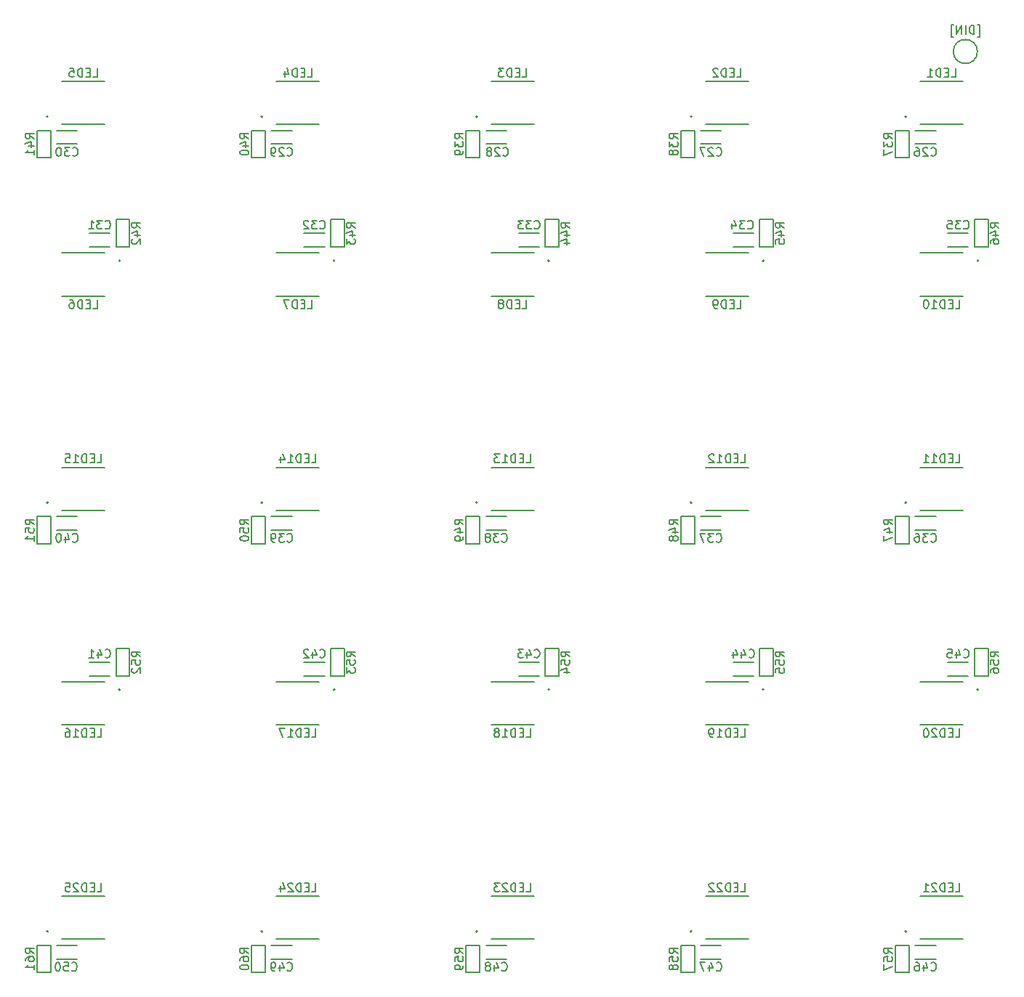
<source format=gbo>
G04 #@! TF.GenerationSoftware,KiCad,Pcbnew,(5.0.0)*
G04 #@! TF.CreationDate,2018-09-01T12:46:00+09:00*
G04 #@! TF.ProjectId,LED_Board,4C45445F426F6172642E6B696361645F,rev?*
G04 #@! TF.SameCoordinates,PX4c4b400PY1312d00*
G04 #@! TF.FileFunction,Legend,Bot*
G04 #@! TF.FilePolarity,Positive*
%FSLAX46Y46*%
G04 Gerber Fmt 4.6, Leading zero omitted, Abs format (unit mm)*
G04 Created by KiCad (PCBNEW (5.0.0)) date 09/01/18 12:46:00*
%MOMM*%
%LPD*%
G01*
G04 APERTURE LIST*
%ADD10C,0.150000*%
G04 APERTURE END LIST*
D10*
X124154761Y-12285714D02*
X124392857Y-12285714D01*
X124392857Y-10857142D01*
X124154761Y-10857142D01*
X123773809Y-11952380D02*
X123773809Y-10952380D01*
X123535714Y-10952380D01*
X123392857Y-11000000D01*
X123297619Y-11095238D01*
X123250000Y-11190476D01*
X123202380Y-11380952D01*
X123202380Y-11523809D01*
X123250000Y-11714285D01*
X123297619Y-11809523D01*
X123392857Y-11904761D01*
X123535714Y-11952380D01*
X123773809Y-11952380D01*
X122773809Y-11952380D02*
X122773809Y-10952380D01*
X122297619Y-11952380D02*
X122297619Y-10952380D01*
X121726190Y-11952380D01*
X121726190Y-10952380D01*
X121345238Y-12285714D02*
X121107142Y-12285714D01*
X121107142Y-10857142D01*
X121345238Y-10857142D01*
G04 #@! TO.C,LED8*
X74300000Y-38400000D02*
G75*
G03X74300000Y-38400000I-100000J0D01*
G01*
X72500000Y-37500000D02*
X67500000Y-37500000D01*
X72500000Y-42500000D02*
X67500000Y-42500000D01*
G04 #@! TO.C,C26*
X119300000Y-24800000D02*
X116900000Y-24800000D01*
X119300000Y-23200000D02*
X116900000Y-23200000D01*
G04 #@! TO.C,C27*
X94300000Y-24800000D02*
X91900000Y-24800000D01*
X94300000Y-23200000D02*
X91900000Y-23200000D01*
G04 #@! TO.C,C28*
X69300000Y-24800000D02*
X66900000Y-24800000D01*
X69300000Y-23200000D02*
X66900000Y-23200000D01*
G04 #@! TO.C,C29*
X44300000Y-24800000D02*
X41900000Y-24800000D01*
X44300000Y-23200000D02*
X41900000Y-23200000D01*
G04 #@! TO.C,C30*
X19300000Y-24800000D02*
X16900000Y-24800000D01*
X19300000Y-23200000D02*
X16900000Y-23200000D01*
G04 #@! TO.C,C31*
X20700000Y-35200000D02*
X23100000Y-35200000D01*
X20700000Y-36800000D02*
X23100000Y-36800000D01*
G04 #@! TO.C,C32*
X45700000Y-35200000D02*
X48100000Y-35200000D01*
X45700000Y-36800000D02*
X48100000Y-36800000D01*
G04 #@! TO.C,C33*
X70700000Y-35200000D02*
X73100000Y-35200000D01*
X70700000Y-36800000D02*
X73100000Y-36800000D01*
G04 #@! TO.C,C34*
X95700000Y-35200000D02*
X98100000Y-35200000D01*
X95700000Y-36800000D02*
X98100000Y-36800000D01*
G04 #@! TO.C,C35*
X120700000Y-35200000D02*
X123100000Y-35200000D01*
X120700000Y-36800000D02*
X123100000Y-36800000D01*
G04 #@! TO.C,C36*
X119300000Y-69800000D02*
X116900000Y-69800000D01*
X119300000Y-68200000D02*
X116900000Y-68200000D01*
G04 #@! TO.C,C37*
X94300000Y-69800000D02*
X91900000Y-69800000D01*
X94300000Y-68200000D02*
X91900000Y-68200000D01*
G04 #@! TO.C,C38*
X69300000Y-69800000D02*
X66900000Y-69800000D01*
X69300000Y-68200000D02*
X66900000Y-68200000D01*
G04 #@! TO.C,C39*
X44300000Y-69800000D02*
X41900000Y-69800000D01*
X44300000Y-68200000D02*
X41900000Y-68200000D01*
G04 #@! TO.C,C40*
X19300000Y-69800000D02*
X16900000Y-69800000D01*
X19300000Y-68200000D02*
X16900000Y-68200000D01*
G04 #@! TO.C,C41*
X20700000Y-85200000D02*
X23100000Y-85200000D01*
X20700000Y-86800000D02*
X23100000Y-86800000D01*
G04 #@! TO.C,C42*
X45700000Y-85200000D02*
X48100000Y-85200000D01*
X45700000Y-86800000D02*
X48100000Y-86800000D01*
G04 #@! TO.C,C43*
X70700000Y-85200000D02*
X73100000Y-85200000D01*
X70700000Y-86800000D02*
X73100000Y-86800000D01*
G04 #@! TO.C,C44*
X95700000Y-85200000D02*
X98100000Y-85200000D01*
X95700000Y-86800000D02*
X98100000Y-86800000D01*
G04 #@! TO.C,C45*
X120700000Y-85200000D02*
X123100000Y-85200000D01*
X120700000Y-86800000D02*
X123100000Y-86800000D01*
G04 #@! TO.C,C46*
X119300000Y-119800000D02*
X116900000Y-119800000D01*
X119300000Y-118200000D02*
X116900000Y-118200000D01*
G04 #@! TO.C,C47*
X94300000Y-119800000D02*
X91900000Y-119800000D01*
X94300000Y-118200000D02*
X91900000Y-118200000D01*
G04 #@! TO.C,C48*
X69300000Y-119800000D02*
X66900000Y-119800000D01*
X69300000Y-118200000D02*
X66900000Y-118200000D01*
G04 #@! TO.C,C49*
X44300000Y-119800000D02*
X41900000Y-119800000D01*
X44300000Y-118200000D02*
X41900000Y-118200000D01*
G04 #@! TO.C,C50*
X19300000Y-119800000D02*
X16900000Y-119800000D01*
X19300000Y-118200000D02*
X16900000Y-118200000D01*
G04 #@! TO.C,LED1*
X115900000Y-21600000D02*
G75*
G03X115900000Y-21600000I-100000J0D01*
G01*
X117500000Y-22500000D02*
X122500000Y-22500000D01*
X117500000Y-17500000D02*
X122500000Y-17500000D01*
G04 #@! TO.C,LED2*
X90900000Y-21600000D02*
G75*
G03X90900000Y-21600000I-100000J0D01*
G01*
X92500000Y-22500000D02*
X97500000Y-22500000D01*
X92500000Y-17500000D02*
X97500000Y-17500000D01*
G04 #@! TO.C,LED3*
X65900000Y-21600000D02*
G75*
G03X65900000Y-21600000I-100000J0D01*
G01*
X67500000Y-22500000D02*
X72500000Y-22500000D01*
X67500000Y-17500000D02*
X72500000Y-17500000D01*
G04 #@! TO.C,LED4*
X40900000Y-21600000D02*
G75*
G03X40900000Y-21600000I-100000J0D01*
G01*
X42500000Y-22500000D02*
X47500000Y-22500000D01*
X42500000Y-17500000D02*
X47500000Y-17500000D01*
G04 #@! TO.C,LED5*
X15900000Y-21600000D02*
G75*
G03X15900000Y-21600000I-100000J0D01*
G01*
X17500000Y-22500000D02*
X22500000Y-22500000D01*
X17500000Y-17500000D02*
X22500000Y-17500000D01*
G04 #@! TO.C,LED6*
X24300000Y-38400000D02*
G75*
G03X24300000Y-38400000I-100000J0D01*
G01*
X22500000Y-37500000D02*
X17500000Y-37500000D01*
X22500000Y-42500000D02*
X17500000Y-42500000D01*
G04 #@! TO.C,LED7*
X49300000Y-38400000D02*
G75*
G03X49300000Y-38400000I-100000J0D01*
G01*
X47500000Y-37500000D02*
X42500000Y-37500000D01*
X47500000Y-42500000D02*
X42500000Y-42500000D01*
G04 #@! TO.C,LED9*
X99300000Y-38400000D02*
G75*
G03X99300000Y-38400000I-100000J0D01*
G01*
X97500000Y-37500000D02*
X92500000Y-37500000D01*
X97500000Y-42500000D02*
X92500000Y-42500000D01*
G04 #@! TO.C,LED10*
X124300000Y-38400000D02*
G75*
G03X124300000Y-38400000I-100000J0D01*
G01*
X122500000Y-37500000D02*
X117500000Y-37500000D01*
X122500000Y-42500000D02*
X117500000Y-42500000D01*
G04 #@! TO.C,LED11*
X115900000Y-66600000D02*
G75*
G03X115900000Y-66600000I-100000J0D01*
G01*
X117500000Y-67500000D02*
X122500000Y-67500000D01*
X117500000Y-62500000D02*
X122500000Y-62500000D01*
G04 #@! TO.C,LED12*
X90900000Y-66600000D02*
G75*
G03X90900000Y-66600000I-100000J0D01*
G01*
X92500000Y-67500000D02*
X97500000Y-67500000D01*
X92500000Y-62500000D02*
X97500000Y-62500000D01*
G04 #@! TO.C,LED13*
X65900000Y-66600000D02*
G75*
G03X65900000Y-66600000I-100000J0D01*
G01*
X67500000Y-67500000D02*
X72500000Y-67500000D01*
X67500000Y-62500000D02*
X72500000Y-62500000D01*
G04 #@! TO.C,LED14*
X40900000Y-66600000D02*
G75*
G03X40900000Y-66600000I-100000J0D01*
G01*
X42500000Y-67500000D02*
X47500000Y-67500000D01*
X42500000Y-62500000D02*
X47500000Y-62500000D01*
G04 #@! TO.C,LED15*
X15900000Y-66600000D02*
G75*
G03X15900000Y-66600000I-100000J0D01*
G01*
X17500000Y-67500000D02*
X22500000Y-67500000D01*
X17500000Y-62500000D02*
X22500000Y-62500000D01*
G04 #@! TO.C,LED16*
X24300000Y-88400000D02*
G75*
G03X24300000Y-88400000I-100000J0D01*
G01*
X22500000Y-87500000D02*
X17500000Y-87500000D01*
X22500000Y-92500000D02*
X17500000Y-92500000D01*
G04 #@! TO.C,LED17*
X49300000Y-88400000D02*
G75*
G03X49300000Y-88400000I-100000J0D01*
G01*
X47500000Y-87500000D02*
X42500000Y-87500000D01*
X47500000Y-92500000D02*
X42500000Y-92500000D01*
G04 #@! TO.C,LED18*
X74300000Y-88400000D02*
G75*
G03X74300000Y-88400000I-100000J0D01*
G01*
X72500000Y-87500000D02*
X67500000Y-87500000D01*
X72500000Y-92500000D02*
X67500000Y-92500000D01*
G04 #@! TO.C,LED19*
X99300000Y-88400000D02*
G75*
G03X99300000Y-88400000I-100000J0D01*
G01*
X97500000Y-87500000D02*
X92500000Y-87500000D01*
X97500000Y-92500000D02*
X92500000Y-92500000D01*
G04 #@! TO.C,LED20*
X124300000Y-88400000D02*
G75*
G03X124300000Y-88400000I-100000J0D01*
G01*
X122500000Y-87500000D02*
X117500000Y-87500000D01*
X122500000Y-92500000D02*
X117500000Y-92500000D01*
G04 #@! TO.C,LED21*
X115900000Y-116600000D02*
G75*
G03X115900000Y-116600000I-100000J0D01*
G01*
X117500000Y-117500000D02*
X122500000Y-117500000D01*
X117500000Y-112500000D02*
X122500000Y-112500000D01*
G04 #@! TO.C,LED22*
X90900000Y-116600000D02*
G75*
G03X90900000Y-116600000I-100000J0D01*
G01*
X92500000Y-117500000D02*
X97500000Y-117500000D01*
X92500000Y-112500000D02*
X97500000Y-112500000D01*
G04 #@! TO.C,LED23*
X65900000Y-116600000D02*
G75*
G03X65900000Y-116600000I-100000J0D01*
G01*
X67500000Y-117500000D02*
X72500000Y-117500000D01*
X67500000Y-112500000D02*
X72500000Y-112500000D01*
G04 #@! TO.C,LED24*
X40900000Y-116600000D02*
G75*
G03X40900000Y-116600000I-100000J0D01*
G01*
X42500000Y-117500000D02*
X47500000Y-117500000D01*
X42500000Y-112500000D02*
X47500000Y-112500000D01*
G04 #@! TO.C,LED25*
X15900000Y-116600000D02*
G75*
G03X15900000Y-116600000I-100000J0D01*
G01*
X17500000Y-117500000D02*
X22500000Y-117500000D01*
X17500000Y-112500000D02*
X22500000Y-112500000D01*
G04 #@! TO.C,R37*
X114600000Y-23200000D02*
X114600000Y-24800000D01*
X116200000Y-23200000D02*
X114600000Y-23200000D01*
X116200000Y-26400000D02*
X116200000Y-23200000D01*
X114600000Y-26400000D02*
X116200000Y-26400000D01*
X114600000Y-24800000D02*
X114600000Y-26400000D01*
G04 #@! TO.C,R38*
X89600000Y-23200000D02*
X89600000Y-24800000D01*
X91200000Y-23200000D02*
X89600000Y-23200000D01*
X91200000Y-26400000D02*
X91200000Y-23200000D01*
X89600000Y-26400000D02*
X91200000Y-26400000D01*
X89600000Y-24800000D02*
X89600000Y-26400000D01*
G04 #@! TO.C,R39*
X64600000Y-23200000D02*
X64600000Y-24800000D01*
X66200000Y-23200000D02*
X64600000Y-23200000D01*
X66200000Y-26400000D02*
X66200000Y-23200000D01*
X64600000Y-26400000D02*
X66200000Y-26400000D01*
X64600000Y-24800000D02*
X64600000Y-26400000D01*
G04 #@! TO.C,R40*
X39600000Y-23200000D02*
X39600000Y-24800000D01*
X41200000Y-23200000D02*
X39600000Y-23200000D01*
X41200000Y-26400000D02*
X41200000Y-23200000D01*
X39600000Y-26400000D02*
X41200000Y-26400000D01*
X39600000Y-24800000D02*
X39600000Y-26400000D01*
G04 #@! TO.C,R41*
X14600000Y-23200000D02*
X14600000Y-24800000D01*
X16200000Y-23200000D02*
X14600000Y-23200000D01*
X16200000Y-26400000D02*
X16200000Y-23200000D01*
X14600000Y-26400000D02*
X16200000Y-26400000D01*
X14600000Y-24800000D02*
X14600000Y-26400000D01*
G04 #@! TO.C,R42*
X25400000Y-36800000D02*
X25400000Y-35200000D01*
X23800000Y-36800000D02*
X25400000Y-36800000D01*
X23800000Y-33600000D02*
X23800000Y-36800000D01*
X25400000Y-33600000D02*
X23800000Y-33600000D01*
X25400000Y-35200000D02*
X25400000Y-33600000D01*
G04 #@! TO.C,R43*
X50400000Y-36800000D02*
X50400000Y-35200000D01*
X48800000Y-36800000D02*
X50400000Y-36800000D01*
X48800000Y-33600000D02*
X48800000Y-36800000D01*
X50400000Y-33600000D02*
X48800000Y-33600000D01*
X50400000Y-35200000D02*
X50400000Y-33600000D01*
G04 #@! TO.C,R44*
X75400000Y-36800000D02*
X75400000Y-35200000D01*
X73800000Y-36800000D02*
X75400000Y-36800000D01*
X73800000Y-33600000D02*
X73800000Y-36800000D01*
X75400000Y-33600000D02*
X73800000Y-33600000D01*
X75400000Y-35200000D02*
X75400000Y-33600000D01*
G04 #@! TO.C,R45*
X100400000Y-36800000D02*
X100400000Y-35200000D01*
X98800000Y-36800000D02*
X100400000Y-36800000D01*
X98800000Y-33600000D02*
X98800000Y-36800000D01*
X100400000Y-33600000D02*
X98800000Y-33600000D01*
X100400000Y-35200000D02*
X100400000Y-33600000D01*
G04 #@! TO.C,R46*
X125400000Y-36800000D02*
X125400000Y-35200000D01*
X123800000Y-36800000D02*
X125400000Y-36800000D01*
X123800000Y-33600000D02*
X123800000Y-36800000D01*
X125400000Y-33600000D02*
X123800000Y-33600000D01*
X125400000Y-35200000D02*
X125400000Y-33600000D01*
G04 #@! TO.C,R47*
X114600000Y-68200000D02*
X114600000Y-69800000D01*
X116200000Y-68200000D02*
X114600000Y-68200000D01*
X116200000Y-71400000D02*
X116200000Y-68200000D01*
X114600000Y-71400000D02*
X116200000Y-71400000D01*
X114600000Y-69800000D02*
X114600000Y-71400000D01*
G04 #@! TO.C,R48*
X89600000Y-68200000D02*
X89600000Y-69800000D01*
X91200000Y-68200000D02*
X89600000Y-68200000D01*
X91200000Y-71400000D02*
X91200000Y-68200000D01*
X89600000Y-71400000D02*
X91200000Y-71400000D01*
X89600000Y-69800000D02*
X89600000Y-71400000D01*
G04 #@! TO.C,R49*
X64600000Y-68200000D02*
X64600000Y-69800000D01*
X66200000Y-68200000D02*
X64600000Y-68200000D01*
X66200000Y-71400000D02*
X66200000Y-68200000D01*
X64600000Y-71400000D02*
X66200000Y-71400000D01*
X64600000Y-69800000D02*
X64600000Y-71400000D01*
G04 #@! TO.C,R50*
X39600000Y-68200000D02*
X39600000Y-69800000D01*
X41200000Y-68200000D02*
X39600000Y-68200000D01*
X41200000Y-71400000D02*
X41200000Y-68200000D01*
X39600000Y-71400000D02*
X41200000Y-71400000D01*
X39600000Y-69800000D02*
X39600000Y-71400000D01*
G04 #@! TO.C,R51*
X14600000Y-68200000D02*
X14600000Y-69800000D01*
X16200000Y-68200000D02*
X14600000Y-68200000D01*
X16200000Y-71400000D02*
X16200000Y-68200000D01*
X14600000Y-71400000D02*
X16200000Y-71400000D01*
X14600000Y-69800000D02*
X14600000Y-71400000D01*
G04 #@! TO.C,R52*
X25400000Y-86800000D02*
X25400000Y-85200000D01*
X23800000Y-86800000D02*
X25400000Y-86800000D01*
X23800000Y-83600000D02*
X23800000Y-86800000D01*
X25400000Y-83600000D02*
X23800000Y-83600000D01*
X25400000Y-85200000D02*
X25400000Y-83600000D01*
G04 #@! TO.C,R53*
X50400000Y-86800000D02*
X50400000Y-85200000D01*
X48800000Y-86800000D02*
X50400000Y-86800000D01*
X48800000Y-83600000D02*
X48800000Y-86800000D01*
X50400000Y-83600000D02*
X48800000Y-83600000D01*
X50400000Y-85200000D02*
X50400000Y-83600000D01*
G04 #@! TO.C,R54*
X75400000Y-86800000D02*
X75400000Y-85200000D01*
X73800000Y-86800000D02*
X75400000Y-86800000D01*
X73800000Y-83600000D02*
X73800000Y-86800000D01*
X75400000Y-83600000D02*
X73800000Y-83600000D01*
X75400000Y-85200000D02*
X75400000Y-83600000D01*
G04 #@! TO.C,R55*
X100400000Y-86800000D02*
X100400000Y-85200000D01*
X98800000Y-86800000D02*
X100400000Y-86800000D01*
X98800000Y-83600000D02*
X98800000Y-86800000D01*
X100400000Y-83600000D02*
X98800000Y-83600000D01*
X100400000Y-85200000D02*
X100400000Y-83600000D01*
G04 #@! TO.C,R56*
X125400000Y-86800000D02*
X125400000Y-85200000D01*
X123800000Y-86800000D02*
X125400000Y-86800000D01*
X123800000Y-83600000D02*
X123800000Y-86800000D01*
X125400000Y-83600000D02*
X123800000Y-83600000D01*
X125400000Y-85200000D02*
X125400000Y-83600000D01*
G04 #@! TO.C,R57*
X114600000Y-118200000D02*
X114600000Y-119800000D01*
X116200000Y-118200000D02*
X114600000Y-118200000D01*
X116200000Y-121400000D02*
X116200000Y-118200000D01*
X114600000Y-121400000D02*
X116200000Y-121400000D01*
X114600000Y-119800000D02*
X114600000Y-121400000D01*
G04 #@! TO.C,R58*
X89600000Y-118200000D02*
X89600000Y-119800000D01*
X91200000Y-118200000D02*
X89600000Y-118200000D01*
X91200000Y-121400000D02*
X91200000Y-118200000D01*
X89600000Y-121400000D02*
X91200000Y-121400000D01*
X89600000Y-119800000D02*
X89600000Y-121400000D01*
G04 #@! TO.C,R59*
X64600000Y-118200000D02*
X64600000Y-119800000D01*
X66200000Y-118200000D02*
X64600000Y-118200000D01*
X66200000Y-121400000D02*
X66200000Y-118200000D01*
X64600000Y-121400000D02*
X66200000Y-121400000D01*
X64600000Y-119800000D02*
X64600000Y-121400000D01*
G04 #@! TO.C,R60*
X39600000Y-118200000D02*
X39600000Y-119800000D01*
X41200000Y-118200000D02*
X39600000Y-118200000D01*
X41200000Y-121400000D02*
X41200000Y-118200000D01*
X39600000Y-121400000D02*
X41200000Y-121400000D01*
X39600000Y-119800000D02*
X39600000Y-121400000D01*
G04 #@! TO.C,R61*
X14600000Y-118200000D02*
X14600000Y-119800000D01*
X16200000Y-118200000D02*
X14600000Y-118200000D01*
X16200000Y-121400000D02*
X16200000Y-118200000D01*
X14600000Y-121400000D02*
X16200000Y-121400000D01*
X14600000Y-119800000D02*
X14600000Y-121400000D01*
G04 #@! TO.C,*
X124150000Y-14000000D02*
G75*
G03X124150000Y-14000000I-1400000J0D01*
G01*
G04 #@! TO.C,LED8*
X71119047Y-43952380D02*
X71595238Y-43952380D01*
X71595238Y-42952380D01*
X70785714Y-43428571D02*
X70452380Y-43428571D01*
X70309523Y-43952380D02*
X70785714Y-43952380D01*
X70785714Y-42952380D01*
X70309523Y-42952380D01*
X69880952Y-43952380D02*
X69880952Y-42952380D01*
X69642857Y-42952380D01*
X69500000Y-43000000D01*
X69404761Y-43095238D01*
X69357142Y-43190476D01*
X69309523Y-43380952D01*
X69309523Y-43523809D01*
X69357142Y-43714285D01*
X69404761Y-43809523D01*
X69500000Y-43904761D01*
X69642857Y-43952380D01*
X69880952Y-43952380D01*
X68738095Y-43380952D02*
X68833333Y-43333333D01*
X68880952Y-43285714D01*
X68928571Y-43190476D01*
X68928571Y-43142857D01*
X68880952Y-43047619D01*
X68833333Y-43000000D01*
X68738095Y-42952380D01*
X68547619Y-42952380D01*
X68452380Y-43000000D01*
X68404761Y-43047619D01*
X68357142Y-43142857D01*
X68357142Y-43190476D01*
X68404761Y-43285714D01*
X68452380Y-43333333D01*
X68547619Y-43380952D01*
X68738095Y-43380952D01*
X68833333Y-43428571D01*
X68880952Y-43476190D01*
X68928571Y-43571428D01*
X68928571Y-43761904D01*
X68880952Y-43857142D01*
X68833333Y-43904761D01*
X68738095Y-43952380D01*
X68547619Y-43952380D01*
X68452380Y-43904761D01*
X68404761Y-43857142D01*
X68357142Y-43761904D01*
X68357142Y-43571428D01*
X68404761Y-43476190D01*
X68452380Y-43428571D01*
X68547619Y-43380952D01*
G04 #@! TO.C,C26*
X118742857Y-26107142D02*
X118790476Y-26154761D01*
X118933333Y-26202380D01*
X119028571Y-26202380D01*
X119171428Y-26154761D01*
X119266666Y-26059523D01*
X119314285Y-25964285D01*
X119361904Y-25773809D01*
X119361904Y-25630952D01*
X119314285Y-25440476D01*
X119266666Y-25345238D01*
X119171428Y-25250000D01*
X119028571Y-25202380D01*
X118933333Y-25202380D01*
X118790476Y-25250000D01*
X118742857Y-25297619D01*
X118361904Y-25297619D02*
X118314285Y-25250000D01*
X118219047Y-25202380D01*
X117980952Y-25202380D01*
X117885714Y-25250000D01*
X117838095Y-25297619D01*
X117790476Y-25392857D01*
X117790476Y-25488095D01*
X117838095Y-25630952D01*
X118409523Y-26202380D01*
X117790476Y-26202380D01*
X116933333Y-25202380D02*
X117123809Y-25202380D01*
X117219047Y-25250000D01*
X117266666Y-25297619D01*
X117361904Y-25440476D01*
X117409523Y-25630952D01*
X117409523Y-26011904D01*
X117361904Y-26107142D01*
X117314285Y-26154761D01*
X117219047Y-26202380D01*
X117028571Y-26202380D01*
X116933333Y-26154761D01*
X116885714Y-26107142D01*
X116838095Y-26011904D01*
X116838095Y-25773809D01*
X116885714Y-25678571D01*
X116933333Y-25630952D01*
X117028571Y-25583333D01*
X117219047Y-25583333D01*
X117314285Y-25630952D01*
X117361904Y-25678571D01*
X117409523Y-25773809D01*
G04 #@! TO.C,C27*
X93742857Y-26107142D02*
X93790476Y-26154761D01*
X93933333Y-26202380D01*
X94028571Y-26202380D01*
X94171428Y-26154761D01*
X94266666Y-26059523D01*
X94314285Y-25964285D01*
X94361904Y-25773809D01*
X94361904Y-25630952D01*
X94314285Y-25440476D01*
X94266666Y-25345238D01*
X94171428Y-25250000D01*
X94028571Y-25202380D01*
X93933333Y-25202380D01*
X93790476Y-25250000D01*
X93742857Y-25297619D01*
X93361904Y-25297619D02*
X93314285Y-25250000D01*
X93219047Y-25202380D01*
X92980952Y-25202380D01*
X92885714Y-25250000D01*
X92838095Y-25297619D01*
X92790476Y-25392857D01*
X92790476Y-25488095D01*
X92838095Y-25630952D01*
X93409523Y-26202380D01*
X92790476Y-26202380D01*
X92457142Y-25202380D02*
X91790476Y-25202380D01*
X92219047Y-26202380D01*
G04 #@! TO.C,C28*
X68892857Y-26107142D02*
X68940476Y-26154761D01*
X69083333Y-26202380D01*
X69178571Y-26202380D01*
X69321428Y-26154761D01*
X69416666Y-26059523D01*
X69464285Y-25964285D01*
X69511904Y-25773809D01*
X69511904Y-25630952D01*
X69464285Y-25440476D01*
X69416666Y-25345238D01*
X69321428Y-25250000D01*
X69178571Y-25202380D01*
X69083333Y-25202380D01*
X68940476Y-25250000D01*
X68892857Y-25297619D01*
X68511904Y-25297619D02*
X68464285Y-25250000D01*
X68369047Y-25202380D01*
X68130952Y-25202380D01*
X68035714Y-25250000D01*
X67988095Y-25297619D01*
X67940476Y-25392857D01*
X67940476Y-25488095D01*
X67988095Y-25630952D01*
X68559523Y-26202380D01*
X67940476Y-26202380D01*
X67369047Y-25630952D02*
X67464285Y-25583333D01*
X67511904Y-25535714D01*
X67559523Y-25440476D01*
X67559523Y-25392857D01*
X67511904Y-25297619D01*
X67464285Y-25250000D01*
X67369047Y-25202380D01*
X67178571Y-25202380D01*
X67083333Y-25250000D01*
X67035714Y-25297619D01*
X66988095Y-25392857D01*
X66988095Y-25440476D01*
X67035714Y-25535714D01*
X67083333Y-25583333D01*
X67178571Y-25630952D01*
X67369047Y-25630952D01*
X67464285Y-25678571D01*
X67511904Y-25726190D01*
X67559523Y-25821428D01*
X67559523Y-26011904D01*
X67511904Y-26107142D01*
X67464285Y-26154761D01*
X67369047Y-26202380D01*
X67178571Y-26202380D01*
X67083333Y-26154761D01*
X67035714Y-26107142D01*
X66988095Y-26011904D01*
X66988095Y-25821428D01*
X67035714Y-25726190D01*
X67083333Y-25678571D01*
X67178571Y-25630952D01*
G04 #@! TO.C,C29*
X43742857Y-26107142D02*
X43790476Y-26154761D01*
X43933333Y-26202380D01*
X44028571Y-26202380D01*
X44171428Y-26154761D01*
X44266666Y-26059523D01*
X44314285Y-25964285D01*
X44361904Y-25773809D01*
X44361904Y-25630952D01*
X44314285Y-25440476D01*
X44266666Y-25345238D01*
X44171428Y-25250000D01*
X44028571Y-25202380D01*
X43933333Y-25202380D01*
X43790476Y-25250000D01*
X43742857Y-25297619D01*
X43361904Y-25297619D02*
X43314285Y-25250000D01*
X43219047Y-25202380D01*
X42980952Y-25202380D01*
X42885714Y-25250000D01*
X42838095Y-25297619D01*
X42790476Y-25392857D01*
X42790476Y-25488095D01*
X42838095Y-25630952D01*
X43409523Y-26202380D01*
X42790476Y-26202380D01*
X42314285Y-26202380D02*
X42123809Y-26202380D01*
X42028571Y-26154761D01*
X41980952Y-26107142D01*
X41885714Y-25964285D01*
X41838095Y-25773809D01*
X41838095Y-25392857D01*
X41885714Y-25297619D01*
X41933333Y-25250000D01*
X42028571Y-25202380D01*
X42219047Y-25202380D01*
X42314285Y-25250000D01*
X42361904Y-25297619D01*
X42409523Y-25392857D01*
X42409523Y-25630952D01*
X42361904Y-25726190D01*
X42314285Y-25773809D01*
X42219047Y-25821428D01*
X42028571Y-25821428D01*
X41933333Y-25773809D01*
X41885714Y-25726190D01*
X41838095Y-25630952D01*
G04 #@! TO.C,C30*
X18742857Y-26107142D02*
X18790476Y-26154761D01*
X18933333Y-26202380D01*
X19028571Y-26202380D01*
X19171428Y-26154761D01*
X19266666Y-26059523D01*
X19314285Y-25964285D01*
X19361904Y-25773809D01*
X19361904Y-25630952D01*
X19314285Y-25440476D01*
X19266666Y-25345238D01*
X19171428Y-25250000D01*
X19028571Y-25202380D01*
X18933333Y-25202380D01*
X18790476Y-25250000D01*
X18742857Y-25297619D01*
X18409523Y-25202380D02*
X17790476Y-25202380D01*
X18123809Y-25583333D01*
X17980952Y-25583333D01*
X17885714Y-25630952D01*
X17838095Y-25678571D01*
X17790476Y-25773809D01*
X17790476Y-26011904D01*
X17838095Y-26107142D01*
X17885714Y-26154761D01*
X17980952Y-26202380D01*
X18266666Y-26202380D01*
X18361904Y-26154761D01*
X18409523Y-26107142D01*
X17171428Y-25202380D02*
X17076190Y-25202380D01*
X16980952Y-25250000D01*
X16933333Y-25297619D01*
X16885714Y-25392857D01*
X16838095Y-25583333D01*
X16838095Y-25821428D01*
X16885714Y-26011904D01*
X16933333Y-26107142D01*
X16980952Y-26154761D01*
X17076190Y-26202380D01*
X17171428Y-26202380D01*
X17266666Y-26154761D01*
X17314285Y-26107142D01*
X17361904Y-26011904D01*
X17409523Y-25821428D01*
X17409523Y-25583333D01*
X17361904Y-25392857D01*
X17314285Y-25297619D01*
X17266666Y-25250000D01*
X17171428Y-25202380D01*
G04 #@! TO.C,C31*
X22542857Y-34607142D02*
X22590476Y-34654761D01*
X22733333Y-34702380D01*
X22828571Y-34702380D01*
X22971428Y-34654761D01*
X23066666Y-34559523D01*
X23114285Y-34464285D01*
X23161904Y-34273809D01*
X23161904Y-34130952D01*
X23114285Y-33940476D01*
X23066666Y-33845238D01*
X22971428Y-33750000D01*
X22828571Y-33702380D01*
X22733333Y-33702380D01*
X22590476Y-33750000D01*
X22542857Y-33797619D01*
X22209523Y-33702380D02*
X21590476Y-33702380D01*
X21923809Y-34083333D01*
X21780952Y-34083333D01*
X21685714Y-34130952D01*
X21638095Y-34178571D01*
X21590476Y-34273809D01*
X21590476Y-34511904D01*
X21638095Y-34607142D01*
X21685714Y-34654761D01*
X21780952Y-34702380D01*
X22066666Y-34702380D01*
X22161904Y-34654761D01*
X22209523Y-34607142D01*
X20638095Y-34702380D02*
X21209523Y-34702380D01*
X20923809Y-34702380D02*
X20923809Y-33702380D01*
X21019047Y-33845238D01*
X21114285Y-33940476D01*
X21209523Y-33988095D01*
G04 #@! TO.C,C32*
X47542857Y-34607142D02*
X47590476Y-34654761D01*
X47733333Y-34702380D01*
X47828571Y-34702380D01*
X47971428Y-34654761D01*
X48066666Y-34559523D01*
X48114285Y-34464285D01*
X48161904Y-34273809D01*
X48161904Y-34130952D01*
X48114285Y-33940476D01*
X48066666Y-33845238D01*
X47971428Y-33750000D01*
X47828571Y-33702380D01*
X47733333Y-33702380D01*
X47590476Y-33750000D01*
X47542857Y-33797619D01*
X47209523Y-33702380D02*
X46590476Y-33702380D01*
X46923809Y-34083333D01*
X46780952Y-34083333D01*
X46685714Y-34130952D01*
X46638095Y-34178571D01*
X46590476Y-34273809D01*
X46590476Y-34511904D01*
X46638095Y-34607142D01*
X46685714Y-34654761D01*
X46780952Y-34702380D01*
X47066666Y-34702380D01*
X47161904Y-34654761D01*
X47209523Y-34607142D01*
X46209523Y-33797619D02*
X46161904Y-33750000D01*
X46066666Y-33702380D01*
X45828571Y-33702380D01*
X45733333Y-33750000D01*
X45685714Y-33797619D01*
X45638095Y-33892857D01*
X45638095Y-33988095D01*
X45685714Y-34130952D01*
X46257142Y-34702380D01*
X45638095Y-34702380D01*
G04 #@! TO.C,C33*
X72542857Y-34607142D02*
X72590476Y-34654761D01*
X72733333Y-34702380D01*
X72828571Y-34702380D01*
X72971428Y-34654761D01*
X73066666Y-34559523D01*
X73114285Y-34464285D01*
X73161904Y-34273809D01*
X73161904Y-34130952D01*
X73114285Y-33940476D01*
X73066666Y-33845238D01*
X72971428Y-33750000D01*
X72828571Y-33702380D01*
X72733333Y-33702380D01*
X72590476Y-33750000D01*
X72542857Y-33797619D01*
X72209523Y-33702380D02*
X71590476Y-33702380D01*
X71923809Y-34083333D01*
X71780952Y-34083333D01*
X71685714Y-34130952D01*
X71638095Y-34178571D01*
X71590476Y-34273809D01*
X71590476Y-34511904D01*
X71638095Y-34607142D01*
X71685714Y-34654761D01*
X71780952Y-34702380D01*
X72066666Y-34702380D01*
X72161904Y-34654761D01*
X72209523Y-34607142D01*
X71257142Y-33702380D02*
X70638095Y-33702380D01*
X70971428Y-34083333D01*
X70828571Y-34083333D01*
X70733333Y-34130952D01*
X70685714Y-34178571D01*
X70638095Y-34273809D01*
X70638095Y-34511904D01*
X70685714Y-34607142D01*
X70733333Y-34654761D01*
X70828571Y-34702380D01*
X71114285Y-34702380D01*
X71209523Y-34654761D01*
X71257142Y-34607142D01*
G04 #@! TO.C,C34*
X97392857Y-34607142D02*
X97440476Y-34654761D01*
X97583333Y-34702380D01*
X97678571Y-34702380D01*
X97821428Y-34654761D01*
X97916666Y-34559523D01*
X97964285Y-34464285D01*
X98011904Y-34273809D01*
X98011904Y-34130952D01*
X97964285Y-33940476D01*
X97916666Y-33845238D01*
X97821428Y-33750000D01*
X97678571Y-33702380D01*
X97583333Y-33702380D01*
X97440476Y-33750000D01*
X97392857Y-33797619D01*
X97059523Y-33702380D02*
X96440476Y-33702380D01*
X96773809Y-34083333D01*
X96630952Y-34083333D01*
X96535714Y-34130952D01*
X96488095Y-34178571D01*
X96440476Y-34273809D01*
X96440476Y-34511904D01*
X96488095Y-34607142D01*
X96535714Y-34654761D01*
X96630952Y-34702380D01*
X96916666Y-34702380D01*
X97011904Y-34654761D01*
X97059523Y-34607142D01*
X95583333Y-34035714D02*
X95583333Y-34702380D01*
X95821428Y-33654761D02*
X96059523Y-34369047D01*
X95440476Y-34369047D01*
G04 #@! TO.C,C35*
X122542857Y-34607142D02*
X122590476Y-34654761D01*
X122733333Y-34702380D01*
X122828571Y-34702380D01*
X122971428Y-34654761D01*
X123066666Y-34559523D01*
X123114285Y-34464285D01*
X123161904Y-34273809D01*
X123161904Y-34130952D01*
X123114285Y-33940476D01*
X123066666Y-33845238D01*
X122971428Y-33750000D01*
X122828571Y-33702380D01*
X122733333Y-33702380D01*
X122590476Y-33750000D01*
X122542857Y-33797619D01*
X122209523Y-33702380D02*
X121590476Y-33702380D01*
X121923809Y-34083333D01*
X121780952Y-34083333D01*
X121685714Y-34130952D01*
X121638095Y-34178571D01*
X121590476Y-34273809D01*
X121590476Y-34511904D01*
X121638095Y-34607142D01*
X121685714Y-34654761D01*
X121780952Y-34702380D01*
X122066666Y-34702380D01*
X122161904Y-34654761D01*
X122209523Y-34607142D01*
X120685714Y-33702380D02*
X121161904Y-33702380D01*
X121209523Y-34178571D01*
X121161904Y-34130952D01*
X121066666Y-34083333D01*
X120828571Y-34083333D01*
X120733333Y-34130952D01*
X120685714Y-34178571D01*
X120638095Y-34273809D01*
X120638095Y-34511904D01*
X120685714Y-34607142D01*
X120733333Y-34654761D01*
X120828571Y-34702380D01*
X121066666Y-34702380D01*
X121161904Y-34654761D01*
X121209523Y-34607142D01*
G04 #@! TO.C,C36*
X118742857Y-71107142D02*
X118790476Y-71154761D01*
X118933333Y-71202380D01*
X119028571Y-71202380D01*
X119171428Y-71154761D01*
X119266666Y-71059523D01*
X119314285Y-70964285D01*
X119361904Y-70773809D01*
X119361904Y-70630952D01*
X119314285Y-70440476D01*
X119266666Y-70345238D01*
X119171428Y-70250000D01*
X119028571Y-70202380D01*
X118933333Y-70202380D01*
X118790476Y-70250000D01*
X118742857Y-70297619D01*
X118409523Y-70202380D02*
X117790476Y-70202380D01*
X118123809Y-70583333D01*
X117980952Y-70583333D01*
X117885714Y-70630952D01*
X117838095Y-70678571D01*
X117790476Y-70773809D01*
X117790476Y-71011904D01*
X117838095Y-71107142D01*
X117885714Y-71154761D01*
X117980952Y-71202380D01*
X118266666Y-71202380D01*
X118361904Y-71154761D01*
X118409523Y-71107142D01*
X116933333Y-70202380D02*
X117123809Y-70202380D01*
X117219047Y-70250000D01*
X117266666Y-70297619D01*
X117361904Y-70440476D01*
X117409523Y-70630952D01*
X117409523Y-71011904D01*
X117361904Y-71107142D01*
X117314285Y-71154761D01*
X117219047Y-71202380D01*
X117028571Y-71202380D01*
X116933333Y-71154761D01*
X116885714Y-71107142D01*
X116838095Y-71011904D01*
X116838095Y-70773809D01*
X116885714Y-70678571D01*
X116933333Y-70630952D01*
X117028571Y-70583333D01*
X117219047Y-70583333D01*
X117314285Y-70630952D01*
X117361904Y-70678571D01*
X117409523Y-70773809D01*
G04 #@! TO.C,C37*
X93742857Y-71107142D02*
X93790476Y-71154761D01*
X93933333Y-71202380D01*
X94028571Y-71202380D01*
X94171428Y-71154761D01*
X94266666Y-71059523D01*
X94314285Y-70964285D01*
X94361904Y-70773809D01*
X94361904Y-70630952D01*
X94314285Y-70440476D01*
X94266666Y-70345238D01*
X94171428Y-70250000D01*
X94028571Y-70202380D01*
X93933333Y-70202380D01*
X93790476Y-70250000D01*
X93742857Y-70297619D01*
X93409523Y-70202380D02*
X92790476Y-70202380D01*
X93123809Y-70583333D01*
X92980952Y-70583333D01*
X92885714Y-70630952D01*
X92838095Y-70678571D01*
X92790476Y-70773809D01*
X92790476Y-71011904D01*
X92838095Y-71107142D01*
X92885714Y-71154761D01*
X92980952Y-71202380D01*
X93266666Y-71202380D01*
X93361904Y-71154761D01*
X93409523Y-71107142D01*
X92457142Y-70202380D02*
X91790476Y-70202380D01*
X92219047Y-71202380D01*
G04 #@! TO.C,C38*
X68742857Y-71107142D02*
X68790476Y-71154761D01*
X68933333Y-71202380D01*
X69028571Y-71202380D01*
X69171428Y-71154761D01*
X69266666Y-71059523D01*
X69314285Y-70964285D01*
X69361904Y-70773809D01*
X69361904Y-70630952D01*
X69314285Y-70440476D01*
X69266666Y-70345238D01*
X69171428Y-70250000D01*
X69028571Y-70202380D01*
X68933333Y-70202380D01*
X68790476Y-70250000D01*
X68742857Y-70297619D01*
X68409523Y-70202380D02*
X67790476Y-70202380D01*
X68123809Y-70583333D01*
X67980952Y-70583333D01*
X67885714Y-70630952D01*
X67838095Y-70678571D01*
X67790476Y-70773809D01*
X67790476Y-71011904D01*
X67838095Y-71107142D01*
X67885714Y-71154761D01*
X67980952Y-71202380D01*
X68266666Y-71202380D01*
X68361904Y-71154761D01*
X68409523Y-71107142D01*
X67219047Y-70630952D02*
X67314285Y-70583333D01*
X67361904Y-70535714D01*
X67409523Y-70440476D01*
X67409523Y-70392857D01*
X67361904Y-70297619D01*
X67314285Y-70250000D01*
X67219047Y-70202380D01*
X67028571Y-70202380D01*
X66933333Y-70250000D01*
X66885714Y-70297619D01*
X66838095Y-70392857D01*
X66838095Y-70440476D01*
X66885714Y-70535714D01*
X66933333Y-70583333D01*
X67028571Y-70630952D01*
X67219047Y-70630952D01*
X67314285Y-70678571D01*
X67361904Y-70726190D01*
X67409523Y-70821428D01*
X67409523Y-71011904D01*
X67361904Y-71107142D01*
X67314285Y-71154761D01*
X67219047Y-71202380D01*
X67028571Y-71202380D01*
X66933333Y-71154761D01*
X66885714Y-71107142D01*
X66838095Y-71011904D01*
X66838095Y-70821428D01*
X66885714Y-70726190D01*
X66933333Y-70678571D01*
X67028571Y-70630952D01*
G04 #@! TO.C,C39*
X43742857Y-71107142D02*
X43790476Y-71154761D01*
X43933333Y-71202380D01*
X44028571Y-71202380D01*
X44171428Y-71154761D01*
X44266666Y-71059523D01*
X44314285Y-70964285D01*
X44361904Y-70773809D01*
X44361904Y-70630952D01*
X44314285Y-70440476D01*
X44266666Y-70345238D01*
X44171428Y-70250000D01*
X44028571Y-70202380D01*
X43933333Y-70202380D01*
X43790476Y-70250000D01*
X43742857Y-70297619D01*
X43409523Y-70202380D02*
X42790476Y-70202380D01*
X43123809Y-70583333D01*
X42980952Y-70583333D01*
X42885714Y-70630952D01*
X42838095Y-70678571D01*
X42790476Y-70773809D01*
X42790476Y-71011904D01*
X42838095Y-71107142D01*
X42885714Y-71154761D01*
X42980952Y-71202380D01*
X43266666Y-71202380D01*
X43361904Y-71154761D01*
X43409523Y-71107142D01*
X42314285Y-71202380D02*
X42123809Y-71202380D01*
X42028571Y-71154761D01*
X41980952Y-71107142D01*
X41885714Y-70964285D01*
X41838095Y-70773809D01*
X41838095Y-70392857D01*
X41885714Y-70297619D01*
X41933333Y-70250000D01*
X42028571Y-70202380D01*
X42219047Y-70202380D01*
X42314285Y-70250000D01*
X42361904Y-70297619D01*
X42409523Y-70392857D01*
X42409523Y-70630952D01*
X42361904Y-70726190D01*
X42314285Y-70773809D01*
X42219047Y-70821428D01*
X42028571Y-70821428D01*
X41933333Y-70773809D01*
X41885714Y-70726190D01*
X41838095Y-70630952D01*
G04 #@! TO.C,C40*
X18742857Y-71107142D02*
X18790476Y-71154761D01*
X18933333Y-71202380D01*
X19028571Y-71202380D01*
X19171428Y-71154761D01*
X19266666Y-71059523D01*
X19314285Y-70964285D01*
X19361904Y-70773809D01*
X19361904Y-70630952D01*
X19314285Y-70440476D01*
X19266666Y-70345238D01*
X19171428Y-70250000D01*
X19028571Y-70202380D01*
X18933333Y-70202380D01*
X18790476Y-70250000D01*
X18742857Y-70297619D01*
X17885714Y-70535714D02*
X17885714Y-71202380D01*
X18123809Y-70154761D02*
X18361904Y-70869047D01*
X17742857Y-70869047D01*
X17171428Y-70202380D02*
X17076190Y-70202380D01*
X16980952Y-70250000D01*
X16933333Y-70297619D01*
X16885714Y-70392857D01*
X16838095Y-70583333D01*
X16838095Y-70821428D01*
X16885714Y-71011904D01*
X16933333Y-71107142D01*
X16980952Y-71154761D01*
X17076190Y-71202380D01*
X17171428Y-71202380D01*
X17266666Y-71154761D01*
X17314285Y-71107142D01*
X17361904Y-71011904D01*
X17409523Y-70821428D01*
X17409523Y-70583333D01*
X17361904Y-70392857D01*
X17314285Y-70297619D01*
X17266666Y-70250000D01*
X17171428Y-70202380D01*
G04 #@! TO.C,C41*
X22542857Y-84607142D02*
X22590476Y-84654761D01*
X22733333Y-84702380D01*
X22828571Y-84702380D01*
X22971428Y-84654761D01*
X23066666Y-84559523D01*
X23114285Y-84464285D01*
X23161904Y-84273809D01*
X23161904Y-84130952D01*
X23114285Y-83940476D01*
X23066666Y-83845238D01*
X22971428Y-83750000D01*
X22828571Y-83702380D01*
X22733333Y-83702380D01*
X22590476Y-83750000D01*
X22542857Y-83797619D01*
X21685714Y-84035714D02*
X21685714Y-84702380D01*
X21923809Y-83654761D02*
X22161904Y-84369047D01*
X21542857Y-84369047D01*
X20638095Y-84702380D02*
X21209523Y-84702380D01*
X20923809Y-84702380D02*
X20923809Y-83702380D01*
X21019047Y-83845238D01*
X21114285Y-83940476D01*
X21209523Y-83988095D01*
G04 #@! TO.C,C42*
X47542857Y-84607142D02*
X47590476Y-84654761D01*
X47733333Y-84702380D01*
X47828571Y-84702380D01*
X47971428Y-84654761D01*
X48066666Y-84559523D01*
X48114285Y-84464285D01*
X48161904Y-84273809D01*
X48161904Y-84130952D01*
X48114285Y-83940476D01*
X48066666Y-83845238D01*
X47971428Y-83750000D01*
X47828571Y-83702380D01*
X47733333Y-83702380D01*
X47590476Y-83750000D01*
X47542857Y-83797619D01*
X46685714Y-84035714D02*
X46685714Y-84702380D01*
X46923809Y-83654761D02*
X47161904Y-84369047D01*
X46542857Y-84369047D01*
X46209523Y-83797619D02*
X46161904Y-83750000D01*
X46066666Y-83702380D01*
X45828571Y-83702380D01*
X45733333Y-83750000D01*
X45685714Y-83797619D01*
X45638095Y-83892857D01*
X45638095Y-83988095D01*
X45685714Y-84130952D01*
X46257142Y-84702380D01*
X45638095Y-84702380D01*
G04 #@! TO.C,C43*
X72542857Y-84607142D02*
X72590476Y-84654761D01*
X72733333Y-84702380D01*
X72828571Y-84702380D01*
X72971428Y-84654761D01*
X73066666Y-84559523D01*
X73114285Y-84464285D01*
X73161904Y-84273809D01*
X73161904Y-84130952D01*
X73114285Y-83940476D01*
X73066666Y-83845238D01*
X72971428Y-83750000D01*
X72828571Y-83702380D01*
X72733333Y-83702380D01*
X72590476Y-83750000D01*
X72542857Y-83797619D01*
X71685714Y-84035714D02*
X71685714Y-84702380D01*
X71923809Y-83654761D02*
X72161904Y-84369047D01*
X71542857Y-84369047D01*
X71257142Y-83702380D02*
X70638095Y-83702380D01*
X70971428Y-84083333D01*
X70828571Y-84083333D01*
X70733333Y-84130952D01*
X70685714Y-84178571D01*
X70638095Y-84273809D01*
X70638095Y-84511904D01*
X70685714Y-84607142D01*
X70733333Y-84654761D01*
X70828571Y-84702380D01*
X71114285Y-84702380D01*
X71209523Y-84654761D01*
X71257142Y-84607142D01*
G04 #@! TO.C,C44*
X97542857Y-84607142D02*
X97590476Y-84654761D01*
X97733333Y-84702380D01*
X97828571Y-84702380D01*
X97971428Y-84654761D01*
X98066666Y-84559523D01*
X98114285Y-84464285D01*
X98161904Y-84273809D01*
X98161904Y-84130952D01*
X98114285Y-83940476D01*
X98066666Y-83845238D01*
X97971428Y-83750000D01*
X97828571Y-83702380D01*
X97733333Y-83702380D01*
X97590476Y-83750000D01*
X97542857Y-83797619D01*
X96685714Y-84035714D02*
X96685714Y-84702380D01*
X96923809Y-83654761D02*
X97161904Y-84369047D01*
X96542857Y-84369047D01*
X95733333Y-84035714D02*
X95733333Y-84702380D01*
X95971428Y-83654761D02*
X96209523Y-84369047D01*
X95590476Y-84369047D01*
G04 #@! TO.C,C45*
X122542857Y-84607142D02*
X122590476Y-84654761D01*
X122733333Y-84702380D01*
X122828571Y-84702380D01*
X122971428Y-84654761D01*
X123066666Y-84559523D01*
X123114285Y-84464285D01*
X123161904Y-84273809D01*
X123161904Y-84130952D01*
X123114285Y-83940476D01*
X123066666Y-83845238D01*
X122971428Y-83750000D01*
X122828571Y-83702380D01*
X122733333Y-83702380D01*
X122590476Y-83750000D01*
X122542857Y-83797619D01*
X121685714Y-84035714D02*
X121685714Y-84702380D01*
X121923809Y-83654761D02*
X122161904Y-84369047D01*
X121542857Y-84369047D01*
X120685714Y-83702380D02*
X121161904Y-83702380D01*
X121209523Y-84178571D01*
X121161904Y-84130952D01*
X121066666Y-84083333D01*
X120828571Y-84083333D01*
X120733333Y-84130952D01*
X120685714Y-84178571D01*
X120638095Y-84273809D01*
X120638095Y-84511904D01*
X120685714Y-84607142D01*
X120733333Y-84654761D01*
X120828571Y-84702380D01*
X121066666Y-84702380D01*
X121161904Y-84654761D01*
X121209523Y-84607142D01*
G04 #@! TO.C,C46*
X118742857Y-121107142D02*
X118790476Y-121154761D01*
X118933333Y-121202380D01*
X119028571Y-121202380D01*
X119171428Y-121154761D01*
X119266666Y-121059523D01*
X119314285Y-120964285D01*
X119361904Y-120773809D01*
X119361904Y-120630952D01*
X119314285Y-120440476D01*
X119266666Y-120345238D01*
X119171428Y-120250000D01*
X119028571Y-120202380D01*
X118933333Y-120202380D01*
X118790476Y-120250000D01*
X118742857Y-120297619D01*
X117885714Y-120535714D02*
X117885714Y-121202380D01*
X118123809Y-120154761D02*
X118361904Y-120869047D01*
X117742857Y-120869047D01*
X116933333Y-120202380D02*
X117123809Y-120202380D01*
X117219047Y-120250000D01*
X117266666Y-120297619D01*
X117361904Y-120440476D01*
X117409523Y-120630952D01*
X117409523Y-121011904D01*
X117361904Y-121107142D01*
X117314285Y-121154761D01*
X117219047Y-121202380D01*
X117028571Y-121202380D01*
X116933333Y-121154761D01*
X116885714Y-121107142D01*
X116838095Y-121011904D01*
X116838095Y-120773809D01*
X116885714Y-120678571D01*
X116933333Y-120630952D01*
X117028571Y-120583333D01*
X117219047Y-120583333D01*
X117314285Y-120630952D01*
X117361904Y-120678571D01*
X117409523Y-120773809D01*
G04 #@! TO.C,C47*
X93742857Y-121107142D02*
X93790476Y-121154761D01*
X93933333Y-121202380D01*
X94028571Y-121202380D01*
X94171428Y-121154761D01*
X94266666Y-121059523D01*
X94314285Y-120964285D01*
X94361904Y-120773809D01*
X94361904Y-120630952D01*
X94314285Y-120440476D01*
X94266666Y-120345238D01*
X94171428Y-120250000D01*
X94028571Y-120202380D01*
X93933333Y-120202380D01*
X93790476Y-120250000D01*
X93742857Y-120297619D01*
X92885714Y-120535714D02*
X92885714Y-121202380D01*
X93123809Y-120154761D02*
X93361904Y-120869047D01*
X92742857Y-120869047D01*
X92457142Y-120202380D02*
X91790476Y-120202380D01*
X92219047Y-121202380D01*
G04 #@! TO.C,C48*
X68742857Y-121107142D02*
X68790476Y-121154761D01*
X68933333Y-121202380D01*
X69028571Y-121202380D01*
X69171428Y-121154761D01*
X69266666Y-121059523D01*
X69314285Y-120964285D01*
X69361904Y-120773809D01*
X69361904Y-120630952D01*
X69314285Y-120440476D01*
X69266666Y-120345238D01*
X69171428Y-120250000D01*
X69028571Y-120202380D01*
X68933333Y-120202380D01*
X68790476Y-120250000D01*
X68742857Y-120297619D01*
X67885714Y-120535714D02*
X67885714Y-121202380D01*
X68123809Y-120154761D02*
X68361904Y-120869047D01*
X67742857Y-120869047D01*
X67219047Y-120630952D02*
X67314285Y-120583333D01*
X67361904Y-120535714D01*
X67409523Y-120440476D01*
X67409523Y-120392857D01*
X67361904Y-120297619D01*
X67314285Y-120250000D01*
X67219047Y-120202380D01*
X67028571Y-120202380D01*
X66933333Y-120250000D01*
X66885714Y-120297619D01*
X66838095Y-120392857D01*
X66838095Y-120440476D01*
X66885714Y-120535714D01*
X66933333Y-120583333D01*
X67028571Y-120630952D01*
X67219047Y-120630952D01*
X67314285Y-120678571D01*
X67361904Y-120726190D01*
X67409523Y-120821428D01*
X67409523Y-121011904D01*
X67361904Y-121107142D01*
X67314285Y-121154761D01*
X67219047Y-121202380D01*
X67028571Y-121202380D01*
X66933333Y-121154761D01*
X66885714Y-121107142D01*
X66838095Y-121011904D01*
X66838095Y-120821428D01*
X66885714Y-120726190D01*
X66933333Y-120678571D01*
X67028571Y-120630952D01*
G04 #@! TO.C,C49*
X43742857Y-121107142D02*
X43790476Y-121154761D01*
X43933333Y-121202380D01*
X44028571Y-121202380D01*
X44171428Y-121154761D01*
X44266666Y-121059523D01*
X44314285Y-120964285D01*
X44361904Y-120773809D01*
X44361904Y-120630952D01*
X44314285Y-120440476D01*
X44266666Y-120345238D01*
X44171428Y-120250000D01*
X44028571Y-120202380D01*
X43933333Y-120202380D01*
X43790476Y-120250000D01*
X43742857Y-120297619D01*
X42885714Y-120535714D02*
X42885714Y-121202380D01*
X43123809Y-120154761D02*
X43361904Y-120869047D01*
X42742857Y-120869047D01*
X42314285Y-121202380D02*
X42123809Y-121202380D01*
X42028571Y-121154761D01*
X41980952Y-121107142D01*
X41885714Y-120964285D01*
X41838095Y-120773809D01*
X41838095Y-120392857D01*
X41885714Y-120297619D01*
X41933333Y-120250000D01*
X42028571Y-120202380D01*
X42219047Y-120202380D01*
X42314285Y-120250000D01*
X42361904Y-120297619D01*
X42409523Y-120392857D01*
X42409523Y-120630952D01*
X42361904Y-120726190D01*
X42314285Y-120773809D01*
X42219047Y-120821428D01*
X42028571Y-120821428D01*
X41933333Y-120773809D01*
X41885714Y-120726190D01*
X41838095Y-120630952D01*
G04 #@! TO.C,C50*
X18642857Y-121107142D02*
X18690476Y-121154761D01*
X18833333Y-121202380D01*
X18928571Y-121202380D01*
X19071428Y-121154761D01*
X19166666Y-121059523D01*
X19214285Y-120964285D01*
X19261904Y-120773809D01*
X19261904Y-120630952D01*
X19214285Y-120440476D01*
X19166666Y-120345238D01*
X19071428Y-120250000D01*
X18928571Y-120202380D01*
X18833333Y-120202380D01*
X18690476Y-120250000D01*
X18642857Y-120297619D01*
X17738095Y-120202380D02*
X18214285Y-120202380D01*
X18261904Y-120678571D01*
X18214285Y-120630952D01*
X18119047Y-120583333D01*
X17880952Y-120583333D01*
X17785714Y-120630952D01*
X17738095Y-120678571D01*
X17690476Y-120773809D01*
X17690476Y-121011904D01*
X17738095Y-121107142D01*
X17785714Y-121154761D01*
X17880952Y-121202380D01*
X18119047Y-121202380D01*
X18214285Y-121154761D01*
X18261904Y-121107142D01*
X17071428Y-120202380D02*
X16976190Y-120202380D01*
X16880952Y-120250000D01*
X16833333Y-120297619D01*
X16785714Y-120392857D01*
X16738095Y-120583333D01*
X16738095Y-120821428D01*
X16785714Y-121011904D01*
X16833333Y-121107142D01*
X16880952Y-121154761D01*
X16976190Y-121202380D01*
X17071428Y-121202380D01*
X17166666Y-121154761D01*
X17214285Y-121107142D01*
X17261904Y-121011904D01*
X17309523Y-120821428D01*
X17309523Y-120583333D01*
X17261904Y-120392857D01*
X17214285Y-120297619D01*
X17166666Y-120250000D01*
X17071428Y-120202380D01*
G04 #@! TO.C,LED1*
X121119047Y-16952380D02*
X121595238Y-16952380D01*
X121595238Y-15952380D01*
X120785714Y-16428571D02*
X120452380Y-16428571D01*
X120309523Y-16952380D02*
X120785714Y-16952380D01*
X120785714Y-15952380D01*
X120309523Y-15952380D01*
X119880952Y-16952380D02*
X119880952Y-15952380D01*
X119642857Y-15952380D01*
X119500000Y-16000000D01*
X119404761Y-16095238D01*
X119357142Y-16190476D01*
X119309523Y-16380952D01*
X119309523Y-16523809D01*
X119357142Y-16714285D01*
X119404761Y-16809523D01*
X119500000Y-16904761D01*
X119642857Y-16952380D01*
X119880952Y-16952380D01*
X118357142Y-16952380D02*
X118928571Y-16952380D01*
X118642857Y-16952380D02*
X118642857Y-15952380D01*
X118738095Y-16095238D01*
X118833333Y-16190476D01*
X118928571Y-16238095D01*
G04 #@! TO.C,LED2*
X96119047Y-16952380D02*
X96595238Y-16952380D01*
X96595238Y-15952380D01*
X95785714Y-16428571D02*
X95452380Y-16428571D01*
X95309523Y-16952380D02*
X95785714Y-16952380D01*
X95785714Y-15952380D01*
X95309523Y-15952380D01*
X94880952Y-16952380D02*
X94880952Y-15952380D01*
X94642857Y-15952380D01*
X94500000Y-16000000D01*
X94404761Y-16095238D01*
X94357142Y-16190476D01*
X94309523Y-16380952D01*
X94309523Y-16523809D01*
X94357142Y-16714285D01*
X94404761Y-16809523D01*
X94500000Y-16904761D01*
X94642857Y-16952380D01*
X94880952Y-16952380D01*
X93928571Y-16047619D02*
X93880952Y-16000000D01*
X93785714Y-15952380D01*
X93547619Y-15952380D01*
X93452380Y-16000000D01*
X93404761Y-16047619D01*
X93357142Y-16142857D01*
X93357142Y-16238095D01*
X93404761Y-16380952D01*
X93976190Y-16952380D01*
X93357142Y-16952380D01*
G04 #@! TO.C,LED3*
X71119047Y-16952380D02*
X71595238Y-16952380D01*
X71595238Y-15952380D01*
X70785714Y-16428571D02*
X70452380Y-16428571D01*
X70309523Y-16952380D02*
X70785714Y-16952380D01*
X70785714Y-15952380D01*
X70309523Y-15952380D01*
X69880952Y-16952380D02*
X69880952Y-15952380D01*
X69642857Y-15952380D01*
X69500000Y-16000000D01*
X69404761Y-16095238D01*
X69357142Y-16190476D01*
X69309523Y-16380952D01*
X69309523Y-16523809D01*
X69357142Y-16714285D01*
X69404761Y-16809523D01*
X69500000Y-16904761D01*
X69642857Y-16952380D01*
X69880952Y-16952380D01*
X68976190Y-15952380D02*
X68357142Y-15952380D01*
X68690476Y-16333333D01*
X68547619Y-16333333D01*
X68452380Y-16380952D01*
X68404761Y-16428571D01*
X68357142Y-16523809D01*
X68357142Y-16761904D01*
X68404761Y-16857142D01*
X68452380Y-16904761D01*
X68547619Y-16952380D01*
X68833333Y-16952380D01*
X68928571Y-16904761D01*
X68976190Y-16857142D01*
G04 #@! TO.C,LED4*
X46119047Y-16952380D02*
X46595238Y-16952380D01*
X46595238Y-15952380D01*
X45785714Y-16428571D02*
X45452380Y-16428571D01*
X45309523Y-16952380D02*
X45785714Y-16952380D01*
X45785714Y-15952380D01*
X45309523Y-15952380D01*
X44880952Y-16952380D02*
X44880952Y-15952380D01*
X44642857Y-15952380D01*
X44500000Y-16000000D01*
X44404761Y-16095238D01*
X44357142Y-16190476D01*
X44309523Y-16380952D01*
X44309523Y-16523809D01*
X44357142Y-16714285D01*
X44404761Y-16809523D01*
X44500000Y-16904761D01*
X44642857Y-16952380D01*
X44880952Y-16952380D01*
X43452380Y-16285714D02*
X43452380Y-16952380D01*
X43690476Y-15904761D02*
X43928571Y-16619047D01*
X43309523Y-16619047D01*
G04 #@! TO.C,LED5*
X21119047Y-16952380D02*
X21595238Y-16952380D01*
X21595238Y-15952380D01*
X20785714Y-16428571D02*
X20452380Y-16428571D01*
X20309523Y-16952380D02*
X20785714Y-16952380D01*
X20785714Y-15952380D01*
X20309523Y-15952380D01*
X19880952Y-16952380D02*
X19880952Y-15952380D01*
X19642857Y-15952380D01*
X19500000Y-16000000D01*
X19404761Y-16095238D01*
X19357142Y-16190476D01*
X19309523Y-16380952D01*
X19309523Y-16523809D01*
X19357142Y-16714285D01*
X19404761Y-16809523D01*
X19500000Y-16904761D01*
X19642857Y-16952380D01*
X19880952Y-16952380D01*
X18404761Y-15952380D02*
X18880952Y-15952380D01*
X18928571Y-16428571D01*
X18880952Y-16380952D01*
X18785714Y-16333333D01*
X18547619Y-16333333D01*
X18452380Y-16380952D01*
X18404761Y-16428571D01*
X18357142Y-16523809D01*
X18357142Y-16761904D01*
X18404761Y-16857142D01*
X18452380Y-16904761D01*
X18547619Y-16952380D01*
X18785714Y-16952380D01*
X18880952Y-16904761D01*
X18928571Y-16857142D01*
G04 #@! TO.C,LED6*
X21119047Y-43952380D02*
X21595238Y-43952380D01*
X21595238Y-42952380D01*
X20785714Y-43428571D02*
X20452380Y-43428571D01*
X20309523Y-43952380D02*
X20785714Y-43952380D01*
X20785714Y-42952380D01*
X20309523Y-42952380D01*
X19880952Y-43952380D02*
X19880952Y-42952380D01*
X19642857Y-42952380D01*
X19500000Y-43000000D01*
X19404761Y-43095238D01*
X19357142Y-43190476D01*
X19309523Y-43380952D01*
X19309523Y-43523809D01*
X19357142Y-43714285D01*
X19404761Y-43809523D01*
X19500000Y-43904761D01*
X19642857Y-43952380D01*
X19880952Y-43952380D01*
X18452380Y-42952380D02*
X18642857Y-42952380D01*
X18738095Y-43000000D01*
X18785714Y-43047619D01*
X18880952Y-43190476D01*
X18928571Y-43380952D01*
X18928571Y-43761904D01*
X18880952Y-43857142D01*
X18833333Y-43904761D01*
X18738095Y-43952380D01*
X18547619Y-43952380D01*
X18452380Y-43904761D01*
X18404761Y-43857142D01*
X18357142Y-43761904D01*
X18357142Y-43523809D01*
X18404761Y-43428571D01*
X18452380Y-43380952D01*
X18547619Y-43333333D01*
X18738095Y-43333333D01*
X18833333Y-43380952D01*
X18880952Y-43428571D01*
X18928571Y-43523809D01*
G04 #@! TO.C,LED7*
X46119047Y-43952380D02*
X46595238Y-43952380D01*
X46595238Y-42952380D01*
X45785714Y-43428571D02*
X45452380Y-43428571D01*
X45309523Y-43952380D02*
X45785714Y-43952380D01*
X45785714Y-42952380D01*
X45309523Y-42952380D01*
X44880952Y-43952380D02*
X44880952Y-42952380D01*
X44642857Y-42952380D01*
X44500000Y-43000000D01*
X44404761Y-43095238D01*
X44357142Y-43190476D01*
X44309523Y-43380952D01*
X44309523Y-43523809D01*
X44357142Y-43714285D01*
X44404761Y-43809523D01*
X44500000Y-43904761D01*
X44642857Y-43952380D01*
X44880952Y-43952380D01*
X43976190Y-42952380D02*
X43309523Y-42952380D01*
X43738095Y-43952380D01*
G04 #@! TO.C,LED9*
X96119047Y-43952380D02*
X96595238Y-43952380D01*
X96595238Y-42952380D01*
X95785714Y-43428571D02*
X95452380Y-43428571D01*
X95309523Y-43952380D02*
X95785714Y-43952380D01*
X95785714Y-42952380D01*
X95309523Y-42952380D01*
X94880952Y-43952380D02*
X94880952Y-42952380D01*
X94642857Y-42952380D01*
X94500000Y-43000000D01*
X94404761Y-43095238D01*
X94357142Y-43190476D01*
X94309523Y-43380952D01*
X94309523Y-43523809D01*
X94357142Y-43714285D01*
X94404761Y-43809523D01*
X94500000Y-43904761D01*
X94642857Y-43952380D01*
X94880952Y-43952380D01*
X93833333Y-43952380D02*
X93642857Y-43952380D01*
X93547619Y-43904761D01*
X93500000Y-43857142D01*
X93404761Y-43714285D01*
X93357142Y-43523809D01*
X93357142Y-43142857D01*
X93404761Y-43047619D01*
X93452380Y-43000000D01*
X93547619Y-42952380D01*
X93738095Y-42952380D01*
X93833333Y-43000000D01*
X93880952Y-43047619D01*
X93928571Y-43142857D01*
X93928571Y-43380952D01*
X93880952Y-43476190D01*
X93833333Y-43523809D01*
X93738095Y-43571428D01*
X93547619Y-43571428D01*
X93452380Y-43523809D01*
X93404761Y-43476190D01*
X93357142Y-43380952D01*
G04 #@! TO.C,LED10*
X121595238Y-43952380D02*
X122071428Y-43952380D01*
X122071428Y-42952380D01*
X121261904Y-43428571D02*
X120928571Y-43428571D01*
X120785714Y-43952380D02*
X121261904Y-43952380D01*
X121261904Y-42952380D01*
X120785714Y-42952380D01*
X120357142Y-43952380D02*
X120357142Y-42952380D01*
X120119047Y-42952380D01*
X119976190Y-43000000D01*
X119880952Y-43095238D01*
X119833333Y-43190476D01*
X119785714Y-43380952D01*
X119785714Y-43523809D01*
X119833333Y-43714285D01*
X119880952Y-43809523D01*
X119976190Y-43904761D01*
X120119047Y-43952380D01*
X120357142Y-43952380D01*
X118833333Y-43952380D02*
X119404761Y-43952380D01*
X119119047Y-43952380D02*
X119119047Y-42952380D01*
X119214285Y-43095238D01*
X119309523Y-43190476D01*
X119404761Y-43238095D01*
X118214285Y-42952380D02*
X118119047Y-42952380D01*
X118023809Y-43000000D01*
X117976190Y-43047619D01*
X117928571Y-43142857D01*
X117880952Y-43333333D01*
X117880952Y-43571428D01*
X117928571Y-43761904D01*
X117976190Y-43857142D01*
X118023809Y-43904761D01*
X118119047Y-43952380D01*
X118214285Y-43952380D01*
X118309523Y-43904761D01*
X118357142Y-43857142D01*
X118404761Y-43761904D01*
X118452380Y-43571428D01*
X118452380Y-43333333D01*
X118404761Y-43142857D01*
X118357142Y-43047619D01*
X118309523Y-43000000D01*
X118214285Y-42952380D01*
G04 #@! TO.C,LED11*
X121595238Y-61952380D02*
X122071428Y-61952380D01*
X122071428Y-60952380D01*
X121261904Y-61428571D02*
X120928571Y-61428571D01*
X120785714Y-61952380D02*
X121261904Y-61952380D01*
X121261904Y-60952380D01*
X120785714Y-60952380D01*
X120357142Y-61952380D02*
X120357142Y-60952380D01*
X120119047Y-60952380D01*
X119976190Y-61000000D01*
X119880952Y-61095238D01*
X119833333Y-61190476D01*
X119785714Y-61380952D01*
X119785714Y-61523809D01*
X119833333Y-61714285D01*
X119880952Y-61809523D01*
X119976190Y-61904761D01*
X120119047Y-61952380D01*
X120357142Y-61952380D01*
X118833333Y-61952380D02*
X119404761Y-61952380D01*
X119119047Y-61952380D02*
X119119047Y-60952380D01*
X119214285Y-61095238D01*
X119309523Y-61190476D01*
X119404761Y-61238095D01*
X117880952Y-61952380D02*
X118452380Y-61952380D01*
X118166666Y-61952380D02*
X118166666Y-60952380D01*
X118261904Y-61095238D01*
X118357142Y-61190476D01*
X118452380Y-61238095D01*
G04 #@! TO.C,LED12*
X96595238Y-61952380D02*
X97071428Y-61952380D01*
X97071428Y-60952380D01*
X96261904Y-61428571D02*
X95928571Y-61428571D01*
X95785714Y-61952380D02*
X96261904Y-61952380D01*
X96261904Y-60952380D01*
X95785714Y-60952380D01*
X95357142Y-61952380D02*
X95357142Y-60952380D01*
X95119047Y-60952380D01*
X94976190Y-61000000D01*
X94880952Y-61095238D01*
X94833333Y-61190476D01*
X94785714Y-61380952D01*
X94785714Y-61523809D01*
X94833333Y-61714285D01*
X94880952Y-61809523D01*
X94976190Y-61904761D01*
X95119047Y-61952380D01*
X95357142Y-61952380D01*
X93833333Y-61952380D02*
X94404761Y-61952380D01*
X94119047Y-61952380D02*
X94119047Y-60952380D01*
X94214285Y-61095238D01*
X94309523Y-61190476D01*
X94404761Y-61238095D01*
X93452380Y-61047619D02*
X93404761Y-61000000D01*
X93309523Y-60952380D01*
X93071428Y-60952380D01*
X92976190Y-61000000D01*
X92928571Y-61047619D01*
X92880952Y-61142857D01*
X92880952Y-61238095D01*
X92928571Y-61380952D01*
X93500000Y-61952380D01*
X92880952Y-61952380D01*
G04 #@! TO.C,LED13*
X71595238Y-61952380D02*
X72071428Y-61952380D01*
X72071428Y-60952380D01*
X71261904Y-61428571D02*
X70928571Y-61428571D01*
X70785714Y-61952380D02*
X71261904Y-61952380D01*
X71261904Y-60952380D01*
X70785714Y-60952380D01*
X70357142Y-61952380D02*
X70357142Y-60952380D01*
X70119047Y-60952380D01*
X69976190Y-61000000D01*
X69880952Y-61095238D01*
X69833333Y-61190476D01*
X69785714Y-61380952D01*
X69785714Y-61523809D01*
X69833333Y-61714285D01*
X69880952Y-61809523D01*
X69976190Y-61904761D01*
X70119047Y-61952380D01*
X70357142Y-61952380D01*
X68833333Y-61952380D02*
X69404761Y-61952380D01*
X69119047Y-61952380D02*
X69119047Y-60952380D01*
X69214285Y-61095238D01*
X69309523Y-61190476D01*
X69404761Y-61238095D01*
X68500000Y-60952380D02*
X67880952Y-60952380D01*
X68214285Y-61333333D01*
X68071428Y-61333333D01*
X67976190Y-61380952D01*
X67928571Y-61428571D01*
X67880952Y-61523809D01*
X67880952Y-61761904D01*
X67928571Y-61857142D01*
X67976190Y-61904761D01*
X68071428Y-61952380D01*
X68357142Y-61952380D01*
X68452380Y-61904761D01*
X68500000Y-61857142D01*
G04 #@! TO.C,LED14*
X46595238Y-61952380D02*
X47071428Y-61952380D01*
X47071428Y-60952380D01*
X46261904Y-61428571D02*
X45928571Y-61428571D01*
X45785714Y-61952380D02*
X46261904Y-61952380D01*
X46261904Y-60952380D01*
X45785714Y-60952380D01*
X45357142Y-61952380D02*
X45357142Y-60952380D01*
X45119047Y-60952380D01*
X44976190Y-61000000D01*
X44880952Y-61095238D01*
X44833333Y-61190476D01*
X44785714Y-61380952D01*
X44785714Y-61523809D01*
X44833333Y-61714285D01*
X44880952Y-61809523D01*
X44976190Y-61904761D01*
X45119047Y-61952380D01*
X45357142Y-61952380D01*
X43833333Y-61952380D02*
X44404761Y-61952380D01*
X44119047Y-61952380D02*
X44119047Y-60952380D01*
X44214285Y-61095238D01*
X44309523Y-61190476D01*
X44404761Y-61238095D01*
X42976190Y-61285714D02*
X42976190Y-61952380D01*
X43214285Y-60904761D02*
X43452380Y-61619047D01*
X42833333Y-61619047D01*
G04 #@! TO.C,LED15*
X21595238Y-61952380D02*
X22071428Y-61952380D01*
X22071428Y-60952380D01*
X21261904Y-61428571D02*
X20928571Y-61428571D01*
X20785714Y-61952380D02*
X21261904Y-61952380D01*
X21261904Y-60952380D01*
X20785714Y-60952380D01*
X20357142Y-61952380D02*
X20357142Y-60952380D01*
X20119047Y-60952380D01*
X19976190Y-61000000D01*
X19880952Y-61095238D01*
X19833333Y-61190476D01*
X19785714Y-61380952D01*
X19785714Y-61523809D01*
X19833333Y-61714285D01*
X19880952Y-61809523D01*
X19976190Y-61904761D01*
X20119047Y-61952380D01*
X20357142Y-61952380D01*
X18833333Y-61952380D02*
X19404761Y-61952380D01*
X19119047Y-61952380D02*
X19119047Y-60952380D01*
X19214285Y-61095238D01*
X19309523Y-61190476D01*
X19404761Y-61238095D01*
X17928571Y-60952380D02*
X18404761Y-60952380D01*
X18452380Y-61428571D01*
X18404761Y-61380952D01*
X18309523Y-61333333D01*
X18071428Y-61333333D01*
X17976190Y-61380952D01*
X17928571Y-61428571D01*
X17880952Y-61523809D01*
X17880952Y-61761904D01*
X17928571Y-61857142D01*
X17976190Y-61904761D01*
X18071428Y-61952380D01*
X18309523Y-61952380D01*
X18404761Y-61904761D01*
X18452380Y-61857142D01*
G04 #@! TO.C,LED16*
X21595238Y-93952380D02*
X22071428Y-93952380D01*
X22071428Y-92952380D01*
X21261904Y-93428571D02*
X20928571Y-93428571D01*
X20785714Y-93952380D02*
X21261904Y-93952380D01*
X21261904Y-92952380D01*
X20785714Y-92952380D01*
X20357142Y-93952380D02*
X20357142Y-92952380D01*
X20119047Y-92952380D01*
X19976190Y-93000000D01*
X19880952Y-93095238D01*
X19833333Y-93190476D01*
X19785714Y-93380952D01*
X19785714Y-93523809D01*
X19833333Y-93714285D01*
X19880952Y-93809523D01*
X19976190Y-93904761D01*
X20119047Y-93952380D01*
X20357142Y-93952380D01*
X18833333Y-93952380D02*
X19404761Y-93952380D01*
X19119047Y-93952380D02*
X19119047Y-92952380D01*
X19214285Y-93095238D01*
X19309523Y-93190476D01*
X19404761Y-93238095D01*
X17976190Y-92952380D02*
X18166666Y-92952380D01*
X18261904Y-93000000D01*
X18309523Y-93047619D01*
X18404761Y-93190476D01*
X18452380Y-93380952D01*
X18452380Y-93761904D01*
X18404761Y-93857142D01*
X18357142Y-93904761D01*
X18261904Y-93952380D01*
X18071428Y-93952380D01*
X17976190Y-93904761D01*
X17928571Y-93857142D01*
X17880952Y-93761904D01*
X17880952Y-93523809D01*
X17928571Y-93428571D01*
X17976190Y-93380952D01*
X18071428Y-93333333D01*
X18261904Y-93333333D01*
X18357142Y-93380952D01*
X18404761Y-93428571D01*
X18452380Y-93523809D01*
G04 #@! TO.C,LED17*
X46595238Y-93952380D02*
X47071428Y-93952380D01*
X47071428Y-92952380D01*
X46261904Y-93428571D02*
X45928571Y-93428571D01*
X45785714Y-93952380D02*
X46261904Y-93952380D01*
X46261904Y-92952380D01*
X45785714Y-92952380D01*
X45357142Y-93952380D02*
X45357142Y-92952380D01*
X45119047Y-92952380D01*
X44976190Y-93000000D01*
X44880952Y-93095238D01*
X44833333Y-93190476D01*
X44785714Y-93380952D01*
X44785714Y-93523809D01*
X44833333Y-93714285D01*
X44880952Y-93809523D01*
X44976190Y-93904761D01*
X45119047Y-93952380D01*
X45357142Y-93952380D01*
X43833333Y-93952380D02*
X44404761Y-93952380D01*
X44119047Y-93952380D02*
X44119047Y-92952380D01*
X44214285Y-93095238D01*
X44309523Y-93190476D01*
X44404761Y-93238095D01*
X43500000Y-92952380D02*
X42833333Y-92952380D01*
X43261904Y-93952380D01*
G04 #@! TO.C,LED18*
X71595238Y-93952380D02*
X72071428Y-93952380D01*
X72071428Y-92952380D01*
X71261904Y-93428571D02*
X70928571Y-93428571D01*
X70785714Y-93952380D02*
X71261904Y-93952380D01*
X71261904Y-92952380D01*
X70785714Y-92952380D01*
X70357142Y-93952380D02*
X70357142Y-92952380D01*
X70119047Y-92952380D01*
X69976190Y-93000000D01*
X69880952Y-93095238D01*
X69833333Y-93190476D01*
X69785714Y-93380952D01*
X69785714Y-93523809D01*
X69833333Y-93714285D01*
X69880952Y-93809523D01*
X69976190Y-93904761D01*
X70119047Y-93952380D01*
X70357142Y-93952380D01*
X68833333Y-93952380D02*
X69404761Y-93952380D01*
X69119047Y-93952380D02*
X69119047Y-92952380D01*
X69214285Y-93095238D01*
X69309523Y-93190476D01*
X69404761Y-93238095D01*
X68261904Y-93380952D02*
X68357142Y-93333333D01*
X68404761Y-93285714D01*
X68452380Y-93190476D01*
X68452380Y-93142857D01*
X68404761Y-93047619D01*
X68357142Y-93000000D01*
X68261904Y-92952380D01*
X68071428Y-92952380D01*
X67976190Y-93000000D01*
X67928571Y-93047619D01*
X67880952Y-93142857D01*
X67880952Y-93190476D01*
X67928571Y-93285714D01*
X67976190Y-93333333D01*
X68071428Y-93380952D01*
X68261904Y-93380952D01*
X68357142Y-93428571D01*
X68404761Y-93476190D01*
X68452380Y-93571428D01*
X68452380Y-93761904D01*
X68404761Y-93857142D01*
X68357142Y-93904761D01*
X68261904Y-93952380D01*
X68071428Y-93952380D01*
X67976190Y-93904761D01*
X67928571Y-93857142D01*
X67880952Y-93761904D01*
X67880952Y-93571428D01*
X67928571Y-93476190D01*
X67976190Y-93428571D01*
X68071428Y-93380952D01*
G04 #@! TO.C,LED19*
X96595238Y-93952380D02*
X97071428Y-93952380D01*
X97071428Y-92952380D01*
X96261904Y-93428571D02*
X95928571Y-93428571D01*
X95785714Y-93952380D02*
X96261904Y-93952380D01*
X96261904Y-92952380D01*
X95785714Y-92952380D01*
X95357142Y-93952380D02*
X95357142Y-92952380D01*
X95119047Y-92952380D01*
X94976190Y-93000000D01*
X94880952Y-93095238D01*
X94833333Y-93190476D01*
X94785714Y-93380952D01*
X94785714Y-93523809D01*
X94833333Y-93714285D01*
X94880952Y-93809523D01*
X94976190Y-93904761D01*
X95119047Y-93952380D01*
X95357142Y-93952380D01*
X93833333Y-93952380D02*
X94404761Y-93952380D01*
X94119047Y-93952380D02*
X94119047Y-92952380D01*
X94214285Y-93095238D01*
X94309523Y-93190476D01*
X94404761Y-93238095D01*
X93357142Y-93952380D02*
X93166666Y-93952380D01*
X93071428Y-93904761D01*
X93023809Y-93857142D01*
X92928571Y-93714285D01*
X92880952Y-93523809D01*
X92880952Y-93142857D01*
X92928571Y-93047619D01*
X92976190Y-93000000D01*
X93071428Y-92952380D01*
X93261904Y-92952380D01*
X93357142Y-93000000D01*
X93404761Y-93047619D01*
X93452380Y-93142857D01*
X93452380Y-93380952D01*
X93404761Y-93476190D01*
X93357142Y-93523809D01*
X93261904Y-93571428D01*
X93071428Y-93571428D01*
X92976190Y-93523809D01*
X92928571Y-93476190D01*
X92880952Y-93380952D01*
G04 #@! TO.C,LED20*
X121595238Y-93952380D02*
X122071428Y-93952380D01*
X122071428Y-92952380D01*
X121261904Y-93428571D02*
X120928571Y-93428571D01*
X120785714Y-93952380D02*
X121261904Y-93952380D01*
X121261904Y-92952380D01*
X120785714Y-92952380D01*
X120357142Y-93952380D02*
X120357142Y-92952380D01*
X120119047Y-92952380D01*
X119976190Y-93000000D01*
X119880952Y-93095238D01*
X119833333Y-93190476D01*
X119785714Y-93380952D01*
X119785714Y-93523809D01*
X119833333Y-93714285D01*
X119880952Y-93809523D01*
X119976190Y-93904761D01*
X120119047Y-93952380D01*
X120357142Y-93952380D01*
X119404761Y-93047619D02*
X119357142Y-93000000D01*
X119261904Y-92952380D01*
X119023809Y-92952380D01*
X118928571Y-93000000D01*
X118880952Y-93047619D01*
X118833333Y-93142857D01*
X118833333Y-93238095D01*
X118880952Y-93380952D01*
X119452380Y-93952380D01*
X118833333Y-93952380D01*
X118214285Y-92952380D02*
X118119047Y-92952380D01*
X118023809Y-93000000D01*
X117976190Y-93047619D01*
X117928571Y-93142857D01*
X117880952Y-93333333D01*
X117880952Y-93571428D01*
X117928571Y-93761904D01*
X117976190Y-93857142D01*
X118023809Y-93904761D01*
X118119047Y-93952380D01*
X118214285Y-93952380D01*
X118309523Y-93904761D01*
X118357142Y-93857142D01*
X118404761Y-93761904D01*
X118452380Y-93571428D01*
X118452380Y-93333333D01*
X118404761Y-93142857D01*
X118357142Y-93047619D01*
X118309523Y-93000000D01*
X118214285Y-92952380D01*
G04 #@! TO.C,LED21*
X121595238Y-111952380D02*
X122071428Y-111952380D01*
X122071428Y-110952380D01*
X121261904Y-111428571D02*
X120928571Y-111428571D01*
X120785714Y-111952380D02*
X121261904Y-111952380D01*
X121261904Y-110952380D01*
X120785714Y-110952380D01*
X120357142Y-111952380D02*
X120357142Y-110952380D01*
X120119047Y-110952380D01*
X119976190Y-111000000D01*
X119880952Y-111095238D01*
X119833333Y-111190476D01*
X119785714Y-111380952D01*
X119785714Y-111523809D01*
X119833333Y-111714285D01*
X119880952Y-111809523D01*
X119976190Y-111904761D01*
X120119047Y-111952380D01*
X120357142Y-111952380D01*
X119404761Y-111047619D02*
X119357142Y-111000000D01*
X119261904Y-110952380D01*
X119023809Y-110952380D01*
X118928571Y-111000000D01*
X118880952Y-111047619D01*
X118833333Y-111142857D01*
X118833333Y-111238095D01*
X118880952Y-111380952D01*
X119452380Y-111952380D01*
X118833333Y-111952380D01*
X117880952Y-111952380D02*
X118452380Y-111952380D01*
X118166666Y-111952380D02*
X118166666Y-110952380D01*
X118261904Y-111095238D01*
X118357142Y-111190476D01*
X118452380Y-111238095D01*
G04 #@! TO.C,LED22*
X96595238Y-111952380D02*
X97071428Y-111952380D01*
X97071428Y-110952380D01*
X96261904Y-111428571D02*
X95928571Y-111428571D01*
X95785714Y-111952380D02*
X96261904Y-111952380D01*
X96261904Y-110952380D01*
X95785714Y-110952380D01*
X95357142Y-111952380D02*
X95357142Y-110952380D01*
X95119047Y-110952380D01*
X94976190Y-111000000D01*
X94880952Y-111095238D01*
X94833333Y-111190476D01*
X94785714Y-111380952D01*
X94785714Y-111523809D01*
X94833333Y-111714285D01*
X94880952Y-111809523D01*
X94976190Y-111904761D01*
X95119047Y-111952380D01*
X95357142Y-111952380D01*
X94404761Y-111047619D02*
X94357142Y-111000000D01*
X94261904Y-110952380D01*
X94023809Y-110952380D01*
X93928571Y-111000000D01*
X93880952Y-111047619D01*
X93833333Y-111142857D01*
X93833333Y-111238095D01*
X93880952Y-111380952D01*
X94452380Y-111952380D01*
X93833333Y-111952380D01*
X93452380Y-111047619D02*
X93404761Y-111000000D01*
X93309523Y-110952380D01*
X93071428Y-110952380D01*
X92976190Y-111000000D01*
X92928571Y-111047619D01*
X92880952Y-111142857D01*
X92880952Y-111238095D01*
X92928571Y-111380952D01*
X93500000Y-111952380D01*
X92880952Y-111952380D01*
G04 #@! TO.C,LED23*
X71595238Y-111952380D02*
X72071428Y-111952380D01*
X72071428Y-110952380D01*
X71261904Y-111428571D02*
X70928571Y-111428571D01*
X70785714Y-111952380D02*
X71261904Y-111952380D01*
X71261904Y-110952380D01*
X70785714Y-110952380D01*
X70357142Y-111952380D02*
X70357142Y-110952380D01*
X70119047Y-110952380D01*
X69976190Y-111000000D01*
X69880952Y-111095238D01*
X69833333Y-111190476D01*
X69785714Y-111380952D01*
X69785714Y-111523809D01*
X69833333Y-111714285D01*
X69880952Y-111809523D01*
X69976190Y-111904761D01*
X70119047Y-111952380D01*
X70357142Y-111952380D01*
X69404761Y-111047619D02*
X69357142Y-111000000D01*
X69261904Y-110952380D01*
X69023809Y-110952380D01*
X68928571Y-111000000D01*
X68880952Y-111047619D01*
X68833333Y-111142857D01*
X68833333Y-111238095D01*
X68880952Y-111380952D01*
X69452380Y-111952380D01*
X68833333Y-111952380D01*
X68500000Y-110952380D02*
X67880952Y-110952380D01*
X68214285Y-111333333D01*
X68071428Y-111333333D01*
X67976190Y-111380952D01*
X67928571Y-111428571D01*
X67880952Y-111523809D01*
X67880952Y-111761904D01*
X67928571Y-111857142D01*
X67976190Y-111904761D01*
X68071428Y-111952380D01*
X68357142Y-111952380D01*
X68452380Y-111904761D01*
X68500000Y-111857142D01*
G04 #@! TO.C,LED24*
X46595238Y-111952380D02*
X47071428Y-111952380D01*
X47071428Y-110952380D01*
X46261904Y-111428571D02*
X45928571Y-111428571D01*
X45785714Y-111952380D02*
X46261904Y-111952380D01*
X46261904Y-110952380D01*
X45785714Y-110952380D01*
X45357142Y-111952380D02*
X45357142Y-110952380D01*
X45119047Y-110952380D01*
X44976190Y-111000000D01*
X44880952Y-111095238D01*
X44833333Y-111190476D01*
X44785714Y-111380952D01*
X44785714Y-111523809D01*
X44833333Y-111714285D01*
X44880952Y-111809523D01*
X44976190Y-111904761D01*
X45119047Y-111952380D01*
X45357142Y-111952380D01*
X44404761Y-111047619D02*
X44357142Y-111000000D01*
X44261904Y-110952380D01*
X44023809Y-110952380D01*
X43928571Y-111000000D01*
X43880952Y-111047619D01*
X43833333Y-111142857D01*
X43833333Y-111238095D01*
X43880952Y-111380952D01*
X44452380Y-111952380D01*
X43833333Y-111952380D01*
X42976190Y-111285714D02*
X42976190Y-111952380D01*
X43214285Y-110904761D02*
X43452380Y-111619047D01*
X42833333Y-111619047D01*
G04 #@! TO.C,LED25*
X21595238Y-111952380D02*
X22071428Y-111952380D01*
X22071428Y-110952380D01*
X21261904Y-111428571D02*
X20928571Y-111428571D01*
X20785714Y-111952380D02*
X21261904Y-111952380D01*
X21261904Y-110952380D01*
X20785714Y-110952380D01*
X20357142Y-111952380D02*
X20357142Y-110952380D01*
X20119047Y-110952380D01*
X19976190Y-111000000D01*
X19880952Y-111095238D01*
X19833333Y-111190476D01*
X19785714Y-111380952D01*
X19785714Y-111523809D01*
X19833333Y-111714285D01*
X19880952Y-111809523D01*
X19976190Y-111904761D01*
X20119047Y-111952380D01*
X20357142Y-111952380D01*
X19404761Y-111047619D02*
X19357142Y-111000000D01*
X19261904Y-110952380D01*
X19023809Y-110952380D01*
X18928571Y-111000000D01*
X18880952Y-111047619D01*
X18833333Y-111142857D01*
X18833333Y-111238095D01*
X18880952Y-111380952D01*
X19452380Y-111952380D01*
X18833333Y-111952380D01*
X17928571Y-110952380D02*
X18404761Y-110952380D01*
X18452380Y-111428571D01*
X18404761Y-111380952D01*
X18309523Y-111333333D01*
X18071428Y-111333333D01*
X17976190Y-111380952D01*
X17928571Y-111428571D01*
X17880952Y-111523809D01*
X17880952Y-111761904D01*
X17928571Y-111857142D01*
X17976190Y-111904761D01*
X18071428Y-111952380D01*
X18309523Y-111952380D01*
X18404761Y-111904761D01*
X18452380Y-111857142D01*
G04 #@! TO.C,R37*
X114252380Y-24157142D02*
X113776190Y-23823809D01*
X114252380Y-23585714D02*
X113252380Y-23585714D01*
X113252380Y-23966666D01*
X113300000Y-24061904D01*
X113347619Y-24109523D01*
X113442857Y-24157142D01*
X113585714Y-24157142D01*
X113680952Y-24109523D01*
X113728571Y-24061904D01*
X113776190Y-23966666D01*
X113776190Y-23585714D01*
X113252380Y-24490476D02*
X113252380Y-25109523D01*
X113633333Y-24776190D01*
X113633333Y-24919047D01*
X113680952Y-25014285D01*
X113728571Y-25061904D01*
X113823809Y-25109523D01*
X114061904Y-25109523D01*
X114157142Y-25061904D01*
X114204761Y-25014285D01*
X114252380Y-24919047D01*
X114252380Y-24633333D01*
X114204761Y-24538095D01*
X114157142Y-24490476D01*
X113252380Y-25442857D02*
X113252380Y-26109523D01*
X114252380Y-25680952D01*
G04 #@! TO.C,R38*
X89252380Y-24157142D02*
X88776190Y-23823809D01*
X89252380Y-23585714D02*
X88252380Y-23585714D01*
X88252380Y-23966666D01*
X88300000Y-24061904D01*
X88347619Y-24109523D01*
X88442857Y-24157142D01*
X88585714Y-24157142D01*
X88680952Y-24109523D01*
X88728571Y-24061904D01*
X88776190Y-23966666D01*
X88776190Y-23585714D01*
X88252380Y-24490476D02*
X88252380Y-25109523D01*
X88633333Y-24776190D01*
X88633333Y-24919047D01*
X88680952Y-25014285D01*
X88728571Y-25061904D01*
X88823809Y-25109523D01*
X89061904Y-25109523D01*
X89157142Y-25061904D01*
X89204761Y-25014285D01*
X89252380Y-24919047D01*
X89252380Y-24633333D01*
X89204761Y-24538095D01*
X89157142Y-24490476D01*
X88680952Y-25680952D02*
X88633333Y-25585714D01*
X88585714Y-25538095D01*
X88490476Y-25490476D01*
X88442857Y-25490476D01*
X88347619Y-25538095D01*
X88300000Y-25585714D01*
X88252380Y-25680952D01*
X88252380Y-25871428D01*
X88300000Y-25966666D01*
X88347619Y-26014285D01*
X88442857Y-26061904D01*
X88490476Y-26061904D01*
X88585714Y-26014285D01*
X88633333Y-25966666D01*
X88680952Y-25871428D01*
X88680952Y-25680952D01*
X88728571Y-25585714D01*
X88776190Y-25538095D01*
X88871428Y-25490476D01*
X89061904Y-25490476D01*
X89157142Y-25538095D01*
X89204761Y-25585714D01*
X89252380Y-25680952D01*
X89252380Y-25871428D01*
X89204761Y-25966666D01*
X89157142Y-26014285D01*
X89061904Y-26061904D01*
X88871428Y-26061904D01*
X88776190Y-26014285D01*
X88728571Y-25966666D01*
X88680952Y-25871428D01*
G04 #@! TO.C,R39*
X64252380Y-24157142D02*
X63776190Y-23823809D01*
X64252380Y-23585714D02*
X63252380Y-23585714D01*
X63252380Y-23966666D01*
X63300000Y-24061904D01*
X63347619Y-24109523D01*
X63442857Y-24157142D01*
X63585714Y-24157142D01*
X63680952Y-24109523D01*
X63728571Y-24061904D01*
X63776190Y-23966666D01*
X63776190Y-23585714D01*
X63252380Y-24490476D02*
X63252380Y-25109523D01*
X63633333Y-24776190D01*
X63633333Y-24919047D01*
X63680952Y-25014285D01*
X63728571Y-25061904D01*
X63823809Y-25109523D01*
X64061904Y-25109523D01*
X64157142Y-25061904D01*
X64204761Y-25014285D01*
X64252380Y-24919047D01*
X64252380Y-24633333D01*
X64204761Y-24538095D01*
X64157142Y-24490476D01*
X64252380Y-25585714D02*
X64252380Y-25776190D01*
X64204761Y-25871428D01*
X64157142Y-25919047D01*
X64014285Y-26014285D01*
X63823809Y-26061904D01*
X63442857Y-26061904D01*
X63347619Y-26014285D01*
X63300000Y-25966666D01*
X63252380Y-25871428D01*
X63252380Y-25680952D01*
X63300000Y-25585714D01*
X63347619Y-25538095D01*
X63442857Y-25490476D01*
X63680952Y-25490476D01*
X63776190Y-25538095D01*
X63823809Y-25585714D01*
X63871428Y-25680952D01*
X63871428Y-25871428D01*
X63823809Y-25966666D01*
X63776190Y-26014285D01*
X63680952Y-26061904D01*
G04 #@! TO.C,R40*
X39252380Y-24157142D02*
X38776190Y-23823809D01*
X39252380Y-23585714D02*
X38252380Y-23585714D01*
X38252380Y-23966666D01*
X38300000Y-24061904D01*
X38347619Y-24109523D01*
X38442857Y-24157142D01*
X38585714Y-24157142D01*
X38680952Y-24109523D01*
X38728571Y-24061904D01*
X38776190Y-23966666D01*
X38776190Y-23585714D01*
X38585714Y-25014285D02*
X39252380Y-25014285D01*
X38204761Y-24776190D02*
X38919047Y-24538095D01*
X38919047Y-25157142D01*
X38252380Y-25728571D02*
X38252380Y-25823809D01*
X38300000Y-25919047D01*
X38347619Y-25966666D01*
X38442857Y-26014285D01*
X38633333Y-26061904D01*
X38871428Y-26061904D01*
X39061904Y-26014285D01*
X39157142Y-25966666D01*
X39204761Y-25919047D01*
X39252380Y-25823809D01*
X39252380Y-25728571D01*
X39204761Y-25633333D01*
X39157142Y-25585714D01*
X39061904Y-25538095D01*
X38871428Y-25490476D01*
X38633333Y-25490476D01*
X38442857Y-25538095D01*
X38347619Y-25585714D01*
X38300000Y-25633333D01*
X38252380Y-25728571D01*
G04 #@! TO.C,R41*
X14252380Y-24157142D02*
X13776190Y-23823809D01*
X14252380Y-23585714D02*
X13252380Y-23585714D01*
X13252380Y-23966666D01*
X13300000Y-24061904D01*
X13347619Y-24109523D01*
X13442857Y-24157142D01*
X13585714Y-24157142D01*
X13680952Y-24109523D01*
X13728571Y-24061904D01*
X13776190Y-23966666D01*
X13776190Y-23585714D01*
X13585714Y-25014285D02*
X14252380Y-25014285D01*
X13204761Y-24776190D02*
X13919047Y-24538095D01*
X13919047Y-25157142D01*
X14252380Y-26061904D02*
X14252380Y-25490476D01*
X14252380Y-25776190D02*
X13252380Y-25776190D01*
X13395238Y-25680952D01*
X13490476Y-25585714D01*
X13538095Y-25490476D01*
G04 #@! TO.C,R42*
X26652380Y-34557142D02*
X26176190Y-34223809D01*
X26652380Y-33985714D02*
X25652380Y-33985714D01*
X25652380Y-34366666D01*
X25700000Y-34461904D01*
X25747619Y-34509523D01*
X25842857Y-34557142D01*
X25985714Y-34557142D01*
X26080952Y-34509523D01*
X26128571Y-34461904D01*
X26176190Y-34366666D01*
X26176190Y-33985714D01*
X25985714Y-35414285D02*
X26652380Y-35414285D01*
X25604761Y-35176190D02*
X26319047Y-34938095D01*
X26319047Y-35557142D01*
X25747619Y-35890476D02*
X25700000Y-35938095D01*
X25652380Y-36033333D01*
X25652380Y-36271428D01*
X25700000Y-36366666D01*
X25747619Y-36414285D01*
X25842857Y-36461904D01*
X25938095Y-36461904D01*
X26080952Y-36414285D01*
X26652380Y-35842857D01*
X26652380Y-36461904D01*
G04 #@! TO.C,R43*
X51652380Y-34557142D02*
X51176190Y-34223809D01*
X51652380Y-33985714D02*
X50652380Y-33985714D01*
X50652380Y-34366666D01*
X50700000Y-34461904D01*
X50747619Y-34509523D01*
X50842857Y-34557142D01*
X50985714Y-34557142D01*
X51080952Y-34509523D01*
X51128571Y-34461904D01*
X51176190Y-34366666D01*
X51176190Y-33985714D01*
X50985714Y-35414285D02*
X51652380Y-35414285D01*
X50604761Y-35176190D02*
X51319047Y-34938095D01*
X51319047Y-35557142D01*
X50652380Y-35842857D02*
X50652380Y-36461904D01*
X51033333Y-36128571D01*
X51033333Y-36271428D01*
X51080952Y-36366666D01*
X51128571Y-36414285D01*
X51223809Y-36461904D01*
X51461904Y-36461904D01*
X51557142Y-36414285D01*
X51604761Y-36366666D01*
X51652380Y-36271428D01*
X51652380Y-35985714D01*
X51604761Y-35890476D01*
X51557142Y-35842857D01*
G04 #@! TO.C,R44*
X76652380Y-34557142D02*
X76176190Y-34223809D01*
X76652380Y-33985714D02*
X75652380Y-33985714D01*
X75652380Y-34366666D01*
X75700000Y-34461904D01*
X75747619Y-34509523D01*
X75842857Y-34557142D01*
X75985714Y-34557142D01*
X76080952Y-34509523D01*
X76128571Y-34461904D01*
X76176190Y-34366666D01*
X76176190Y-33985714D01*
X75985714Y-35414285D02*
X76652380Y-35414285D01*
X75604761Y-35176190D02*
X76319047Y-34938095D01*
X76319047Y-35557142D01*
X75985714Y-36366666D02*
X76652380Y-36366666D01*
X75604761Y-36128571D02*
X76319047Y-35890476D01*
X76319047Y-36509523D01*
G04 #@! TO.C,R45*
X101652380Y-34557142D02*
X101176190Y-34223809D01*
X101652380Y-33985714D02*
X100652380Y-33985714D01*
X100652380Y-34366666D01*
X100700000Y-34461904D01*
X100747619Y-34509523D01*
X100842857Y-34557142D01*
X100985714Y-34557142D01*
X101080952Y-34509523D01*
X101128571Y-34461904D01*
X101176190Y-34366666D01*
X101176190Y-33985714D01*
X100985714Y-35414285D02*
X101652380Y-35414285D01*
X100604761Y-35176190D02*
X101319047Y-34938095D01*
X101319047Y-35557142D01*
X100652380Y-36414285D02*
X100652380Y-35938095D01*
X101128571Y-35890476D01*
X101080952Y-35938095D01*
X101033333Y-36033333D01*
X101033333Y-36271428D01*
X101080952Y-36366666D01*
X101128571Y-36414285D01*
X101223809Y-36461904D01*
X101461904Y-36461904D01*
X101557142Y-36414285D01*
X101604761Y-36366666D01*
X101652380Y-36271428D01*
X101652380Y-36033333D01*
X101604761Y-35938095D01*
X101557142Y-35890476D01*
G04 #@! TO.C,R46*
X126652380Y-34557142D02*
X126176190Y-34223809D01*
X126652380Y-33985714D02*
X125652380Y-33985714D01*
X125652380Y-34366666D01*
X125700000Y-34461904D01*
X125747619Y-34509523D01*
X125842857Y-34557142D01*
X125985714Y-34557142D01*
X126080952Y-34509523D01*
X126128571Y-34461904D01*
X126176190Y-34366666D01*
X126176190Y-33985714D01*
X125985714Y-35414285D02*
X126652380Y-35414285D01*
X125604761Y-35176190D02*
X126319047Y-34938095D01*
X126319047Y-35557142D01*
X125652380Y-36366666D02*
X125652380Y-36176190D01*
X125700000Y-36080952D01*
X125747619Y-36033333D01*
X125890476Y-35938095D01*
X126080952Y-35890476D01*
X126461904Y-35890476D01*
X126557142Y-35938095D01*
X126604761Y-35985714D01*
X126652380Y-36080952D01*
X126652380Y-36271428D01*
X126604761Y-36366666D01*
X126557142Y-36414285D01*
X126461904Y-36461904D01*
X126223809Y-36461904D01*
X126128571Y-36414285D01*
X126080952Y-36366666D01*
X126033333Y-36271428D01*
X126033333Y-36080952D01*
X126080952Y-35985714D01*
X126128571Y-35938095D01*
X126223809Y-35890476D01*
G04 #@! TO.C,R47*
X114252380Y-69157142D02*
X113776190Y-68823809D01*
X114252380Y-68585714D02*
X113252380Y-68585714D01*
X113252380Y-68966666D01*
X113300000Y-69061904D01*
X113347619Y-69109523D01*
X113442857Y-69157142D01*
X113585714Y-69157142D01*
X113680952Y-69109523D01*
X113728571Y-69061904D01*
X113776190Y-68966666D01*
X113776190Y-68585714D01*
X113585714Y-70014285D02*
X114252380Y-70014285D01*
X113204761Y-69776190D02*
X113919047Y-69538095D01*
X113919047Y-70157142D01*
X113252380Y-70442857D02*
X113252380Y-71109523D01*
X114252380Y-70680952D01*
G04 #@! TO.C,R48*
X89252380Y-69157142D02*
X88776190Y-68823809D01*
X89252380Y-68585714D02*
X88252380Y-68585714D01*
X88252380Y-68966666D01*
X88300000Y-69061904D01*
X88347619Y-69109523D01*
X88442857Y-69157142D01*
X88585714Y-69157142D01*
X88680952Y-69109523D01*
X88728571Y-69061904D01*
X88776190Y-68966666D01*
X88776190Y-68585714D01*
X88585714Y-70014285D02*
X89252380Y-70014285D01*
X88204761Y-69776190D02*
X88919047Y-69538095D01*
X88919047Y-70157142D01*
X88680952Y-70680952D02*
X88633333Y-70585714D01*
X88585714Y-70538095D01*
X88490476Y-70490476D01*
X88442857Y-70490476D01*
X88347619Y-70538095D01*
X88300000Y-70585714D01*
X88252380Y-70680952D01*
X88252380Y-70871428D01*
X88300000Y-70966666D01*
X88347619Y-71014285D01*
X88442857Y-71061904D01*
X88490476Y-71061904D01*
X88585714Y-71014285D01*
X88633333Y-70966666D01*
X88680952Y-70871428D01*
X88680952Y-70680952D01*
X88728571Y-70585714D01*
X88776190Y-70538095D01*
X88871428Y-70490476D01*
X89061904Y-70490476D01*
X89157142Y-70538095D01*
X89204761Y-70585714D01*
X89252380Y-70680952D01*
X89252380Y-70871428D01*
X89204761Y-70966666D01*
X89157142Y-71014285D01*
X89061904Y-71061904D01*
X88871428Y-71061904D01*
X88776190Y-71014285D01*
X88728571Y-70966666D01*
X88680952Y-70871428D01*
G04 #@! TO.C,R49*
X64252380Y-69157142D02*
X63776190Y-68823809D01*
X64252380Y-68585714D02*
X63252380Y-68585714D01*
X63252380Y-68966666D01*
X63300000Y-69061904D01*
X63347619Y-69109523D01*
X63442857Y-69157142D01*
X63585714Y-69157142D01*
X63680952Y-69109523D01*
X63728571Y-69061904D01*
X63776190Y-68966666D01*
X63776190Y-68585714D01*
X63585714Y-70014285D02*
X64252380Y-70014285D01*
X63204761Y-69776190D02*
X63919047Y-69538095D01*
X63919047Y-70157142D01*
X64252380Y-70585714D02*
X64252380Y-70776190D01*
X64204761Y-70871428D01*
X64157142Y-70919047D01*
X64014285Y-71014285D01*
X63823809Y-71061904D01*
X63442857Y-71061904D01*
X63347619Y-71014285D01*
X63300000Y-70966666D01*
X63252380Y-70871428D01*
X63252380Y-70680952D01*
X63300000Y-70585714D01*
X63347619Y-70538095D01*
X63442857Y-70490476D01*
X63680952Y-70490476D01*
X63776190Y-70538095D01*
X63823809Y-70585714D01*
X63871428Y-70680952D01*
X63871428Y-70871428D01*
X63823809Y-70966666D01*
X63776190Y-71014285D01*
X63680952Y-71061904D01*
G04 #@! TO.C,R50*
X39252380Y-69157142D02*
X38776190Y-68823809D01*
X39252380Y-68585714D02*
X38252380Y-68585714D01*
X38252380Y-68966666D01*
X38300000Y-69061904D01*
X38347619Y-69109523D01*
X38442857Y-69157142D01*
X38585714Y-69157142D01*
X38680952Y-69109523D01*
X38728571Y-69061904D01*
X38776190Y-68966666D01*
X38776190Y-68585714D01*
X38252380Y-70061904D02*
X38252380Y-69585714D01*
X38728571Y-69538095D01*
X38680952Y-69585714D01*
X38633333Y-69680952D01*
X38633333Y-69919047D01*
X38680952Y-70014285D01*
X38728571Y-70061904D01*
X38823809Y-70109523D01*
X39061904Y-70109523D01*
X39157142Y-70061904D01*
X39204761Y-70014285D01*
X39252380Y-69919047D01*
X39252380Y-69680952D01*
X39204761Y-69585714D01*
X39157142Y-69538095D01*
X38252380Y-70728571D02*
X38252380Y-70823809D01*
X38300000Y-70919047D01*
X38347619Y-70966666D01*
X38442857Y-71014285D01*
X38633333Y-71061904D01*
X38871428Y-71061904D01*
X39061904Y-71014285D01*
X39157142Y-70966666D01*
X39204761Y-70919047D01*
X39252380Y-70823809D01*
X39252380Y-70728571D01*
X39204761Y-70633333D01*
X39157142Y-70585714D01*
X39061904Y-70538095D01*
X38871428Y-70490476D01*
X38633333Y-70490476D01*
X38442857Y-70538095D01*
X38347619Y-70585714D01*
X38300000Y-70633333D01*
X38252380Y-70728571D01*
G04 #@! TO.C,R51*
X14252380Y-69157142D02*
X13776190Y-68823809D01*
X14252380Y-68585714D02*
X13252380Y-68585714D01*
X13252380Y-68966666D01*
X13300000Y-69061904D01*
X13347619Y-69109523D01*
X13442857Y-69157142D01*
X13585714Y-69157142D01*
X13680952Y-69109523D01*
X13728571Y-69061904D01*
X13776190Y-68966666D01*
X13776190Y-68585714D01*
X13252380Y-70061904D02*
X13252380Y-69585714D01*
X13728571Y-69538095D01*
X13680952Y-69585714D01*
X13633333Y-69680952D01*
X13633333Y-69919047D01*
X13680952Y-70014285D01*
X13728571Y-70061904D01*
X13823809Y-70109523D01*
X14061904Y-70109523D01*
X14157142Y-70061904D01*
X14204761Y-70014285D01*
X14252380Y-69919047D01*
X14252380Y-69680952D01*
X14204761Y-69585714D01*
X14157142Y-69538095D01*
X14252380Y-71061904D02*
X14252380Y-70490476D01*
X14252380Y-70776190D02*
X13252380Y-70776190D01*
X13395238Y-70680952D01*
X13490476Y-70585714D01*
X13538095Y-70490476D01*
G04 #@! TO.C,R52*
X26652380Y-84557142D02*
X26176190Y-84223809D01*
X26652380Y-83985714D02*
X25652380Y-83985714D01*
X25652380Y-84366666D01*
X25700000Y-84461904D01*
X25747619Y-84509523D01*
X25842857Y-84557142D01*
X25985714Y-84557142D01*
X26080952Y-84509523D01*
X26128571Y-84461904D01*
X26176190Y-84366666D01*
X26176190Y-83985714D01*
X25652380Y-85461904D02*
X25652380Y-84985714D01*
X26128571Y-84938095D01*
X26080952Y-84985714D01*
X26033333Y-85080952D01*
X26033333Y-85319047D01*
X26080952Y-85414285D01*
X26128571Y-85461904D01*
X26223809Y-85509523D01*
X26461904Y-85509523D01*
X26557142Y-85461904D01*
X26604761Y-85414285D01*
X26652380Y-85319047D01*
X26652380Y-85080952D01*
X26604761Y-84985714D01*
X26557142Y-84938095D01*
X25747619Y-85890476D02*
X25700000Y-85938095D01*
X25652380Y-86033333D01*
X25652380Y-86271428D01*
X25700000Y-86366666D01*
X25747619Y-86414285D01*
X25842857Y-86461904D01*
X25938095Y-86461904D01*
X26080952Y-86414285D01*
X26652380Y-85842857D01*
X26652380Y-86461904D01*
G04 #@! TO.C,R53*
X51652380Y-84557142D02*
X51176190Y-84223809D01*
X51652380Y-83985714D02*
X50652380Y-83985714D01*
X50652380Y-84366666D01*
X50700000Y-84461904D01*
X50747619Y-84509523D01*
X50842857Y-84557142D01*
X50985714Y-84557142D01*
X51080952Y-84509523D01*
X51128571Y-84461904D01*
X51176190Y-84366666D01*
X51176190Y-83985714D01*
X50652380Y-85461904D02*
X50652380Y-84985714D01*
X51128571Y-84938095D01*
X51080952Y-84985714D01*
X51033333Y-85080952D01*
X51033333Y-85319047D01*
X51080952Y-85414285D01*
X51128571Y-85461904D01*
X51223809Y-85509523D01*
X51461904Y-85509523D01*
X51557142Y-85461904D01*
X51604761Y-85414285D01*
X51652380Y-85319047D01*
X51652380Y-85080952D01*
X51604761Y-84985714D01*
X51557142Y-84938095D01*
X50652380Y-85842857D02*
X50652380Y-86461904D01*
X51033333Y-86128571D01*
X51033333Y-86271428D01*
X51080952Y-86366666D01*
X51128571Y-86414285D01*
X51223809Y-86461904D01*
X51461904Y-86461904D01*
X51557142Y-86414285D01*
X51604761Y-86366666D01*
X51652380Y-86271428D01*
X51652380Y-85985714D01*
X51604761Y-85890476D01*
X51557142Y-85842857D01*
G04 #@! TO.C,R54*
X76652380Y-84557142D02*
X76176190Y-84223809D01*
X76652380Y-83985714D02*
X75652380Y-83985714D01*
X75652380Y-84366666D01*
X75700000Y-84461904D01*
X75747619Y-84509523D01*
X75842857Y-84557142D01*
X75985714Y-84557142D01*
X76080952Y-84509523D01*
X76128571Y-84461904D01*
X76176190Y-84366666D01*
X76176190Y-83985714D01*
X75652380Y-85461904D02*
X75652380Y-84985714D01*
X76128571Y-84938095D01*
X76080952Y-84985714D01*
X76033333Y-85080952D01*
X76033333Y-85319047D01*
X76080952Y-85414285D01*
X76128571Y-85461904D01*
X76223809Y-85509523D01*
X76461904Y-85509523D01*
X76557142Y-85461904D01*
X76604761Y-85414285D01*
X76652380Y-85319047D01*
X76652380Y-85080952D01*
X76604761Y-84985714D01*
X76557142Y-84938095D01*
X75985714Y-86366666D02*
X76652380Y-86366666D01*
X75604761Y-86128571D02*
X76319047Y-85890476D01*
X76319047Y-86509523D01*
G04 #@! TO.C,R55*
X101652380Y-84557142D02*
X101176190Y-84223809D01*
X101652380Y-83985714D02*
X100652380Y-83985714D01*
X100652380Y-84366666D01*
X100700000Y-84461904D01*
X100747619Y-84509523D01*
X100842857Y-84557142D01*
X100985714Y-84557142D01*
X101080952Y-84509523D01*
X101128571Y-84461904D01*
X101176190Y-84366666D01*
X101176190Y-83985714D01*
X100652380Y-85461904D02*
X100652380Y-84985714D01*
X101128571Y-84938095D01*
X101080952Y-84985714D01*
X101033333Y-85080952D01*
X101033333Y-85319047D01*
X101080952Y-85414285D01*
X101128571Y-85461904D01*
X101223809Y-85509523D01*
X101461904Y-85509523D01*
X101557142Y-85461904D01*
X101604761Y-85414285D01*
X101652380Y-85319047D01*
X101652380Y-85080952D01*
X101604761Y-84985714D01*
X101557142Y-84938095D01*
X100652380Y-86414285D02*
X100652380Y-85938095D01*
X101128571Y-85890476D01*
X101080952Y-85938095D01*
X101033333Y-86033333D01*
X101033333Y-86271428D01*
X101080952Y-86366666D01*
X101128571Y-86414285D01*
X101223809Y-86461904D01*
X101461904Y-86461904D01*
X101557142Y-86414285D01*
X101604761Y-86366666D01*
X101652380Y-86271428D01*
X101652380Y-86033333D01*
X101604761Y-85938095D01*
X101557142Y-85890476D01*
G04 #@! TO.C,R56*
X126652380Y-84557142D02*
X126176190Y-84223809D01*
X126652380Y-83985714D02*
X125652380Y-83985714D01*
X125652380Y-84366666D01*
X125700000Y-84461904D01*
X125747619Y-84509523D01*
X125842857Y-84557142D01*
X125985714Y-84557142D01*
X126080952Y-84509523D01*
X126128571Y-84461904D01*
X126176190Y-84366666D01*
X126176190Y-83985714D01*
X125652380Y-85461904D02*
X125652380Y-84985714D01*
X126128571Y-84938095D01*
X126080952Y-84985714D01*
X126033333Y-85080952D01*
X126033333Y-85319047D01*
X126080952Y-85414285D01*
X126128571Y-85461904D01*
X126223809Y-85509523D01*
X126461904Y-85509523D01*
X126557142Y-85461904D01*
X126604761Y-85414285D01*
X126652380Y-85319047D01*
X126652380Y-85080952D01*
X126604761Y-84985714D01*
X126557142Y-84938095D01*
X125652380Y-86366666D02*
X125652380Y-86176190D01*
X125700000Y-86080952D01*
X125747619Y-86033333D01*
X125890476Y-85938095D01*
X126080952Y-85890476D01*
X126461904Y-85890476D01*
X126557142Y-85938095D01*
X126604761Y-85985714D01*
X126652380Y-86080952D01*
X126652380Y-86271428D01*
X126604761Y-86366666D01*
X126557142Y-86414285D01*
X126461904Y-86461904D01*
X126223809Y-86461904D01*
X126128571Y-86414285D01*
X126080952Y-86366666D01*
X126033333Y-86271428D01*
X126033333Y-86080952D01*
X126080952Y-85985714D01*
X126128571Y-85938095D01*
X126223809Y-85890476D01*
G04 #@! TO.C,R57*
X114252380Y-119157142D02*
X113776190Y-118823809D01*
X114252380Y-118585714D02*
X113252380Y-118585714D01*
X113252380Y-118966666D01*
X113300000Y-119061904D01*
X113347619Y-119109523D01*
X113442857Y-119157142D01*
X113585714Y-119157142D01*
X113680952Y-119109523D01*
X113728571Y-119061904D01*
X113776190Y-118966666D01*
X113776190Y-118585714D01*
X113252380Y-120061904D02*
X113252380Y-119585714D01*
X113728571Y-119538095D01*
X113680952Y-119585714D01*
X113633333Y-119680952D01*
X113633333Y-119919047D01*
X113680952Y-120014285D01*
X113728571Y-120061904D01*
X113823809Y-120109523D01*
X114061904Y-120109523D01*
X114157142Y-120061904D01*
X114204761Y-120014285D01*
X114252380Y-119919047D01*
X114252380Y-119680952D01*
X114204761Y-119585714D01*
X114157142Y-119538095D01*
X113252380Y-120442857D02*
X113252380Y-121109523D01*
X114252380Y-120680952D01*
G04 #@! TO.C,R58*
X89252380Y-119157142D02*
X88776190Y-118823809D01*
X89252380Y-118585714D02*
X88252380Y-118585714D01*
X88252380Y-118966666D01*
X88300000Y-119061904D01*
X88347619Y-119109523D01*
X88442857Y-119157142D01*
X88585714Y-119157142D01*
X88680952Y-119109523D01*
X88728571Y-119061904D01*
X88776190Y-118966666D01*
X88776190Y-118585714D01*
X88252380Y-120061904D02*
X88252380Y-119585714D01*
X88728571Y-119538095D01*
X88680952Y-119585714D01*
X88633333Y-119680952D01*
X88633333Y-119919047D01*
X88680952Y-120014285D01*
X88728571Y-120061904D01*
X88823809Y-120109523D01*
X89061904Y-120109523D01*
X89157142Y-120061904D01*
X89204761Y-120014285D01*
X89252380Y-119919047D01*
X89252380Y-119680952D01*
X89204761Y-119585714D01*
X89157142Y-119538095D01*
X88680952Y-120680952D02*
X88633333Y-120585714D01*
X88585714Y-120538095D01*
X88490476Y-120490476D01*
X88442857Y-120490476D01*
X88347619Y-120538095D01*
X88300000Y-120585714D01*
X88252380Y-120680952D01*
X88252380Y-120871428D01*
X88300000Y-120966666D01*
X88347619Y-121014285D01*
X88442857Y-121061904D01*
X88490476Y-121061904D01*
X88585714Y-121014285D01*
X88633333Y-120966666D01*
X88680952Y-120871428D01*
X88680952Y-120680952D01*
X88728571Y-120585714D01*
X88776190Y-120538095D01*
X88871428Y-120490476D01*
X89061904Y-120490476D01*
X89157142Y-120538095D01*
X89204761Y-120585714D01*
X89252380Y-120680952D01*
X89252380Y-120871428D01*
X89204761Y-120966666D01*
X89157142Y-121014285D01*
X89061904Y-121061904D01*
X88871428Y-121061904D01*
X88776190Y-121014285D01*
X88728571Y-120966666D01*
X88680952Y-120871428D01*
G04 #@! TO.C,R59*
X64252380Y-119157142D02*
X63776190Y-118823809D01*
X64252380Y-118585714D02*
X63252380Y-118585714D01*
X63252380Y-118966666D01*
X63300000Y-119061904D01*
X63347619Y-119109523D01*
X63442857Y-119157142D01*
X63585714Y-119157142D01*
X63680952Y-119109523D01*
X63728571Y-119061904D01*
X63776190Y-118966666D01*
X63776190Y-118585714D01*
X63252380Y-120061904D02*
X63252380Y-119585714D01*
X63728571Y-119538095D01*
X63680952Y-119585714D01*
X63633333Y-119680952D01*
X63633333Y-119919047D01*
X63680952Y-120014285D01*
X63728571Y-120061904D01*
X63823809Y-120109523D01*
X64061904Y-120109523D01*
X64157142Y-120061904D01*
X64204761Y-120014285D01*
X64252380Y-119919047D01*
X64252380Y-119680952D01*
X64204761Y-119585714D01*
X64157142Y-119538095D01*
X64252380Y-120585714D02*
X64252380Y-120776190D01*
X64204761Y-120871428D01*
X64157142Y-120919047D01*
X64014285Y-121014285D01*
X63823809Y-121061904D01*
X63442857Y-121061904D01*
X63347619Y-121014285D01*
X63300000Y-120966666D01*
X63252380Y-120871428D01*
X63252380Y-120680952D01*
X63300000Y-120585714D01*
X63347619Y-120538095D01*
X63442857Y-120490476D01*
X63680952Y-120490476D01*
X63776190Y-120538095D01*
X63823809Y-120585714D01*
X63871428Y-120680952D01*
X63871428Y-120871428D01*
X63823809Y-120966666D01*
X63776190Y-121014285D01*
X63680952Y-121061904D01*
G04 #@! TO.C,R60*
X39252380Y-119157142D02*
X38776190Y-118823809D01*
X39252380Y-118585714D02*
X38252380Y-118585714D01*
X38252380Y-118966666D01*
X38300000Y-119061904D01*
X38347619Y-119109523D01*
X38442857Y-119157142D01*
X38585714Y-119157142D01*
X38680952Y-119109523D01*
X38728571Y-119061904D01*
X38776190Y-118966666D01*
X38776190Y-118585714D01*
X38252380Y-120014285D02*
X38252380Y-119823809D01*
X38300000Y-119728571D01*
X38347619Y-119680952D01*
X38490476Y-119585714D01*
X38680952Y-119538095D01*
X39061904Y-119538095D01*
X39157142Y-119585714D01*
X39204761Y-119633333D01*
X39252380Y-119728571D01*
X39252380Y-119919047D01*
X39204761Y-120014285D01*
X39157142Y-120061904D01*
X39061904Y-120109523D01*
X38823809Y-120109523D01*
X38728571Y-120061904D01*
X38680952Y-120014285D01*
X38633333Y-119919047D01*
X38633333Y-119728571D01*
X38680952Y-119633333D01*
X38728571Y-119585714D01*
X38823809Y-119538095D01*
X38252380Y-120728571D02*
X38252380Y-120823809D01*
X38300000Y-120919047D01*
X38347619Y-120966666D01*
X38442857Y-121014285D01*
X38633333Y-121061904D01*
X38871428Y-121061904D01*
X39061904Y-121014285D01*
X39157142Y-120966666D01*
X39204761Y-120919047D01*
X39252380Y-120823809D01*
X39252380Y-120728571D01*
X39204761Y-120633333D01*
X39157142Y-120585714D01*
X39061904Y-120538095D01*
X38871428Y-120490476D01*
X38633333Y-120490476D01*
X38442857Y-120538095D01*
X38347619Y-120585714D01*
X38300000Y-120633333D01*
X38252380Y-120728571D01*
G04 #@! TO.C,R61*
X14252380Y-119157142D02*
X13776190Y-118823809D01*
X14252380Y-118585714D02*
X13252380Y-118585714D01*
X13252380Y-118966666D01*
X13300000Y-119061904D01*
X13347619Y-119109523D01*
X13442857Y-119157142D01*
X13585714Y-119157142D01*
X13680952Y-119109523D01*
X13728571Y-119061904D01*
X13776190Y-118966666D01*
X13776190Y-118585714D01*
X13252380Y-120014285D02*
X13252380Y-119823809D01*
X13300000Y-119728571D01*
X13347619Y-119680952D01*
X13490476Y-119585714D01*
X13680952Y-119538095D01*
X14061904Y-119538095D01*
X14157142Y-119585714D01*
X14204761Y-119633333D01*
X14252380Y-119728571D01*
X14252380Y-119919047D01*
X14204761Y-120014285D01*
X14157142Y-120061904D01*
X14061904Y-120109523D01*
X13823809Y-120109523D01*
X13728571Y-120061904D01*
X13680952Y-120014285D01*
X13633333Y-119919047D01*
X13633333Y-119728571D01*
X13680952Y-119633333D01*
X13728571Y-119585714D01*
X13823809Y-119538095D01*
X14252380Y-121061904D02*
X14252380Y-120490476D01*
X14252380Y-120776190D02*
X13252380Y-120776190D01*
X13395238Y-120680952D01*
X13490476Y-120585714D01*
X13538095Y-120490476D01*
G04 #@! TO.C,*
G04 #@! TD*
M02*

</source>
